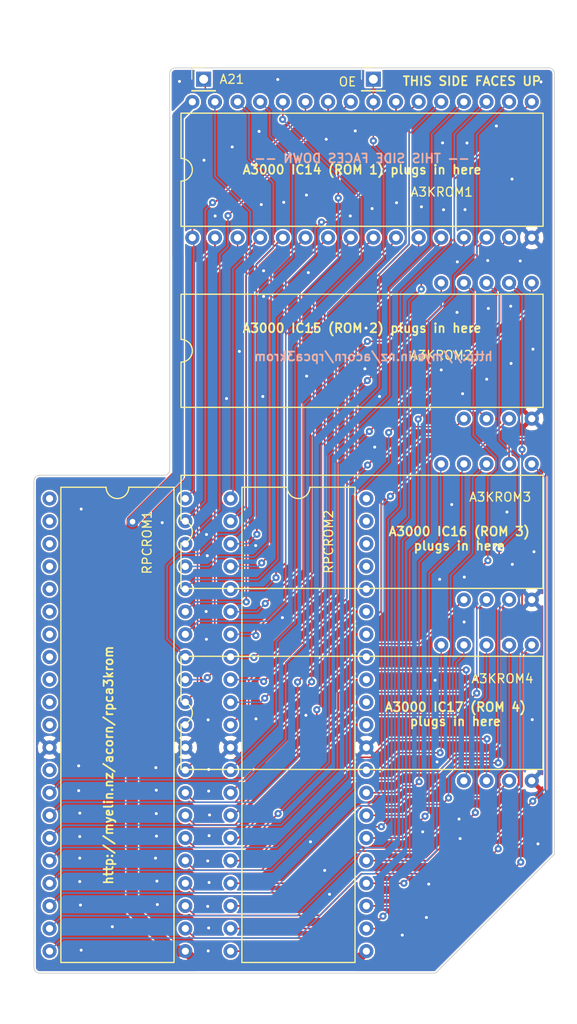
<source format=kicad_pcb>
(kicad_pcb (version 20171130) (host pcbnew "(5.0.1-3-g963ef8bb5)")
  (layers (0 F.Cu signal) (31 B.Cu signal) (34 B.Paste user) (35 F.Paste user) (36 B.SilkS user) (37 F.SilkS user) (38 B.Mask user) (39 F.Mask user) (44 Edge.Cuts user))
  (net 0 "")
  (net 1 GND)
  (net 2 5V)
  (net 3 D4)
  (net 4 D12)
  (net 5 D5)
  (net 6 D13)
  (net 7 D6)
  (net 8 D14)
  (net 9 D7)
  (net 10 D15)
  (net 11 A16)
  (net 12 A15)
  (net 13 A14)
  (net 14 A13)
  (net 15 A12)
  (net 16 A11)
  (net 17 A10)
  (net 18 A9)
  (net 19 A8)
  (net 20 A19)
  (net 21 A18)
  (net 22 A17)
  (net 23 A7)
  (net 24 A6)
  (net 25 A5)
  (net 26 A4)
  (net 27 A3)
  (net 28 A2)
  (net 29 A1)
  (net 30 A0)
  (net 31 D0)
  (net 32 D8)
  (net 33 D1)
  (net 34 D9)
  (net 35 D2)
  (net 36 D10)
  (net 37 D3)
  (net 38 D11)
  (net 39 D27)
  (net 40 D19)
  (net 41 D26)
  (net 42 D18)
  (net 43 D25)
  (net 44 D17)
  (net 45 D24)
  (net 46 D16)
  (net 47 D31)
  (net 48 D23)
  (net 49 D30)
  (net 50 D22)
  (net 51 D29)
  (net 52 D21)
  (net 53 D28)
  (net 54 D20)
  (net 55 nCS)
  (net 56 nOE)
  (module myelin-kicad:dip32_rom_data_only (layer F.Cu) (at 167.64 92.71)
    (fp_text reference A3KROM2 (at 0 0.5) (layer F.SilkS))
    (fp_text value "ROM header")
    (pad 13 thru_hole circle (at 2.54 7.62) (size 1.6 1.6) (drill 0.8) (layers *.Cu *.Mask) (net 32 D8))
    (pad 14 thru_hole circle (at 5.08 7.62) (size 1.6 1.6) (drill 0.8) (layers *.Cu *.Mask) (net 34 D9))
    (pad 15 thru_hole circle (at 7.62 7.62) (size 1.6 1.6) (drill 0.8) (layers *.Cu *.Mask) (net 36 D10))
    (pad 16 thru_hole circle (at 10.16 7.62) (size 1.6 1.6) (drill 0.8) (layers *.Cu *.Mask) (net 1 GND))
    (pad 17 thru_hole circle (at 10.16 -7.62) (size 1.6 1.6) (drill 0.8) (layers *.Cu *.Mask) (net 38 D11))
    (pad 18 thru_hole circle (at 7.62 -7.62) (size 1.6 1.6) (drill 0.8) (layers *.Cu *.Mask) (net 4 D12))
    (pad 19 thru_hole circle (at 5.08 -7.62) (size 1.6 1.6) (drill 0.8) (layers *.Cu *.Mask) (net 6 D13))
    (pad 20 thru_hole circle (at 2.54 -7.62) (size 1.6 1.6) (drill 0.8) (layers *.Cu *.Mask) (net 8 D14))
    (pad 21 thru_hole circle (at 0 -7.62) (size 1.6 1.6) (drill 0.8) (layers *.Cu *.Mask) (net 10 D15))
  )
  (module myelin-kicad:dip42_rom (layer F.Cu) (at 151.6126 137.23366 270)
    (fp_text reference RPCROM2 (at -23.08606 -3.38074 270) (layer F.SilkS))
    (fp_text value "ROM header")
    (pad 21 thru_hole circle (at 22.86 7.62 270) (size 1.6 1.6) (drill 0.8) (layers *.Cu *.Mask) (net 39 D27))
    (pad 20 thru_hole circle (at 20.32 7.62 270) (size 1.6 1.6) (drill 0.8) (layers *.Cu *.Mask) (net 40 D19))
    (pad 19 thru_hole circle (at 17.78 7.62 270) (size 1.6 1.6) (drill 0.8) (layers *.Cu *.Mask) (net 41 D26))
    (pad 18 thru_hole circle (at 15.24 7.62 270) (size 1.6 1.6) (drill 0.8) (layers *.Cu *.Mask) (net 42 D18))
    (pad 17 thru_hole circle (at 12.7 7.62 270) (size 1.6 1.6) (drill 0.8) (layers *.Cu *.Mask) (net 43 D25))
    (pad 16 thru_hole circle (at 10.16 7.62 270) (size 1.6 1.6) (drill 0.8) (layers *.Cu *.Mask) (net 44 D17))
    (pad 15 thru_hole circle (at 7.62 7.62 270) (size 1.6 1.6) (drill 0.8) (layers *.Cu *.Mask) (net 45 D24))
    (pad 14 thru_hole circle (at 5.08 7.62 270) (size 1.6 1.6) (drill 0.8) (layers *.Cu *.Mask) (net 46 D16))
    (pad 13 thru_hole circle (at 2.54 7.62 270) (size 1.6 1.6) (drill 0.8) (layers *.Cu *.Mask) (net 56 nOE))
    (pad 12 thru_hole circle (at 0 7.62 270) (size 1.6 1.6) (drill 0.8) (layers *.Cu *.Mask) (net 1 GND))
    (pad 11 thru_hole circle (at -2.54 7.62 270) (size 1.6 1.6) (drill 0.8) (layers *.Cu *.Mask) (net 55 nCS))
    (pad 10 thru_hole circle (at -5.08 7.62 270) (size 1.6 1.6) (drill 0.8) (layers *.Cu *.Mask) (net 30 A0))
    (pad 9 thru_hole circle (at -7.62 7.62 270) (size 1.6 1.6) (drill 0.8) (layers *.Cu *.Mask) (net 29 A1))
    (pad 8 thru_hole circle (at -10.16 7.62 270) (size 1.6 1.6) (drill 0.8) (layers *.Cu *.Mask) (net 28 A2))
    (pad 7 thru_hole circle (at -12.7 7.62 270) (size 1.6 1.6) (drill 0.8) (layers *.Cu *.Mask) (net 27 A3))
    (pad 6 thru_hole circle (at -15.24 7.62 270) (size 1.6 1.6) (drill 0.8) (layers *.Cu *.Mask) (net 26 A4))
    (pad 5 thru_hole circle (at -17.78 7.62 270) (size 1.6 1.6) (drill 0.8) (layers *.Cu *.Mask) (net 25 A5))
    (pad 4 thru_hole circle (at -20.32 7.62 270) (size 1.6 1.6) (drill 0.8) (layers *.Cu *.Mask) (net 24 A6))
    (pad 3 thru_hole circle (at -22.86 7.62 270) (size 1.6 1.6) (drill 0.8) (layers *.Cu *.Mask) (net 23 A7))
    (pad 2 thru_hole circle (at -25.4 7.62 270) (size 1.6 1.6) (drill 0.8) (layers *.Cu *.Mask) (net 22 A17))
    (pad 1 thru_hole circle (at -27.94 7.62 270) (size 1.6 1.6) (drill 0.8) (layers *.Cu *.Mask) (net 21 A18))
    (pad 42 thru_hole circle (at -27.94 -7.62 270) (size 1.6 1.6) (drill 0.8) (layers *.Cu *.Mask))
    (pad 41 thru_hole circle (at -25.4 -7.62 270) (size 1.6 1.6) (drill 0.8) (layers *.Cu *.Mask))
    (pad 40 thru_hole circle (at -22.86 -7.62 270) (size 1.6 1.6) (drill 0.8) (layers *.Cu *.Mask))
    (pad 39 thru_hole circle (at -20.32 -7.62 270) (size 1.6 1.6) (drill 0.8) (layers *.Cu *.Mask))
    (pad 38 thru_hole circle (at -17.78 -7.62 270) (size 1.6 1.6) (drill 0.8) (layers *.Cu *.Mask))
    (pad 37 thru_hole circle (at -15.24 -7.62 270) (size 1.6 1.6) (drill 0.8) (layers *.Cu *.Mask))
    (pad 36 thru_hole circle (at -12.7 -7.62 270) (size 1.6 1.6) (drill 0.8) (layers *.Cu *.Mask))
    (pad 35 thru_hole circle (at -10.16 -7.62 270) (size 1.6 1.6) (drill 0.8) (layers *.Cu *.Mask))
    (pad 34 thru_hole circle (at -7.62 -7.62 270) (size 1.6 1.6) (drill 0.8) (layers *.Cu *.Mask))
    (pad 33 thru_hole circle (at -5.08 -7.62 270) (size 1.6 1.6) (drill 0.8) (layers *.Cu *.Mask))
    (pad 32 thru_hole circle (at -2.54 -7.62 270) (size 1.6 1.6) (drill 0.8) (layers *.Cu *.Mask))
    (pad 31 thru_hole circle (at 0 -7.62 270) (size 1.6 1.6) (drill 0.8) (layers *.Cu *.Mask) (net 1 GND))
    (pad 30 thru_hole circle (at 2.54 -7.62 270) (size 1.6 1.6) (drill 0.8) (layers *.Cu *.Mask) (net 47 D31))
    (pad 29 thru_hole circle (at 5.08 -7.62 270) (size 1.6 1.6) (drill 0.8) (layers *.Cu *.Mask) (net 48 D23))
    (pad 28 thru_hole circle (at 7.62 -7.62 270) (size 1.6 1.6) (drill 0.8) (layers *.Cu *.Mask) (net 49 D30))
    (pad 27 thru_hole circle (at 10.16 -7.62 270) (size 1.6 1.6) (drill 0.8) (layers *.Cu *.Mask) (net 50 D22))
    (pad 26 thru_hole circle (at 12.7 -7.62 270) (size 1.6 1.6) (drill 0.8) (layers *.Cu *.Mask) (net 51 D29))
    (pad 25 thru_hole circle (at 15.24 -7.62 270) (size 1.6 1.6) (drill 0.8) (layers *.Cu *.Mask) (net 52 D21))
    (pad 24 thru_hole circle (at 17.78 -7.62 270) (size 1.6 1.6) (drill 0.8) (layers *.Cu *.Mask) (net 53 D28))
    (pad 23 thru_hole circle (at 20.32 -7.62 270) (size 1.6 1.6) (drill 0.8) (layers *.Cu *.Mask) (net 54 D20))
    (pad 22 thru_hole circle (at 22.86 -7.62 270) (size 1.6 1.6) (drill 0.8) (layers *.Cu *.Mask) (net 2 5V))
  )
  (module myelin-kicad:dip32_rom_data_only (layer F.Cu) (at 167.64 113.03)
    (fp_text reference A3KROM3 (at 6.62178 -3.90144) (layer F.SilkS))
    (fp_text value "ROM header")
    (pad 21 thru_hole circle (at 0 -7.62) (size 1.6 1.6) (drill 0.8) (layers *.Cu *.Mask) (net 48 D23))
    (pad 20 thru_hole circle (at 2.54 -7.62) (size 1.6 1.6) (drill 0.8) (layers *.Cu *.Mask) (net 50 D22))
    (pad 19 thru_hole circle (at 5.08 -7.62) (size 1.6 1.6) (drill 0.8) (layers *.Cu *.Mask) (net 52 D21))
    (pad 18 thru_hole circle (at 7.62 -7.62) (size 1.6 1.6) (drill 0.8) (layers *.Cu *.Mask) (net 54 D20))
    (pad 17 thru_hole circle (at 10.16 -7.62) (size 1.6 1.6) (drill 0.8) (layers *.Cu *.Mask) (net 40 D19))
    (pad 16 thru_hole circle (at 10.16 7.62) (size 1.6 1.6) (drill 0.8) (layers *.Cu *.Mask) (net 1 GND))
    (pad 15 thru_hole circle (at 7.62 7.62) (size 1.6 1.6) (drill 0.8) (layers *.Cu *.Mask) (net 42 D18))
    (pad 14 thru_hole circle (at 5.08 7.62) (size 1.6 1.6) (drill 0.8) (layers *.Cu *.Mask) (net 44 D17))
    (pad 13 thru_hole circle (at 2.54 7.62) (size 1.6 1.6) (drill 0.8) (layers *.Cu *.Mask) (net 46 D16))
  )
  (module myelin-kicad:dip32_rom_data_only (layer F.Cu) (at 167.64 133.35)
    (fp_text reference A3KROM4 (at 6.86816 -3.83794) (layer F.SilkS))
    (fp_text value "ROM header")
    (pad 13 thru_hole circle (at 2.54 7.62) (size 1.6 1.6) (drill 0.8) (layers *.Cu *.Mask) (net 45 D24))
    (pad 14 thru_hole circle (at 5.08 7.62) (size 1.6 1.6) (drill 0.8) (layers *.Cu *.Mask) (net 43 D25))
    (pad 15 thru_hole circle (at 7.62 7.62) (size 1.6 1.6) (drill 0.8) (layers *.Cu *.Mask) (net 41 D26))
    (pad 16 thru_hole circle (at 10.16 7.62) (size 1.6 1.6) (drill 0.8) (layers *.Cu *.Mask) (net 1 GND))
    (pad 17 thru_hole circle (at 10.16 -7.62) (size 1.6 1.6) (drill 0.8) (layers *.Cu *.Mask) (net 39 D27))
    (pad 18 thru_hole circle (at 7.62 -7.62) (size 1.6 1.6) (drill 0.8) (layers *.Cu *.Mask) (net 53 D28))
    (pad 19 thru_hole circle (at 5.08 -7.62) (size 1.6 1.6) (drill 0.8) (layers *.Cu *.Mask) (net 51 D29))
    (pad 20 thru_hole circle (at 2.54 -7.62) (size 1.6 1.6) (drill 0.8) (layers *.Cu *.Mask) (net 49 D30))
    (pad 21 thru_hole circle (at 0 -7.62) (size 1.6 1.6) (drill 0.8) (layers *.Cu *.Mask) (net 47 D31))
  )
  (module Connector_PinHeader_2.54mm:PinHeader_1x01_P2.54mm_Vertical (layer F.Cu) (at 140.97 62.23)
    (fp_text reference A21 (at 3.175 0) (layer F.SilkS))
    (fp_text value "")
    (pad 1 thru_hole rect (at 0 0) (size 1.7 1.7) (drill 1) (layers *.Cu *.Mask) (net 20 A19))
  )
  (module myelin-kicad:dip42_rom (layer F.Cu) (at 131.2926 137.23366 270)
    (fp_text reference RPCROM1 (at -23.02256 -3.32994 270) (layer F.SilkS))
    (fp_text value "ROM header")
    (pad 22 thru_hole circle (at 22.86 -7.62 270) (size 1.6 1.6) (drill 0.8) (layers *.Cu *.Mask) (net 2 5V))
    (pad 23 thru_hole circle (at 20.32 -7.62 270) (size 1.6 1.6) (drill 0.8) (layers *.Cu *.Mask) (net 3 D4))
    (pad 24 thru_hole circle (at 17.78 -7.62 270) (size 1.6 1.6) (drill 0.8) (layers *.Cu *.Mask) (net 4 D12))
    (pad 25 thru_hole circle (at 15.24 -7.62 270) (size 1.6 1.6) (drill 0.8) (layers *.Cu *.Mask) (net 5 D5))
    (pad 26 thru_hole circle (at 12.7 -7.62 270) (size 1.6 1.6) (drill 0.8) (layers *.Cu *.Mask) (net 6 D13))
    (pad 27 thru_hole circle (at 10.16 -7.62 270) (size 1.6 1.6) (drill 0.8) (layers *.Cu *.Mask) (net 7 D6))
    (pad 28 thru_hole circle (at 7.62 -7.62 270) (size 1.6 1.6) (drill 0.8) (layers *.Cu *.Mask) (net 8 D14))
    (pad 29 thru_hole circle (at 5.08 -7.62 270) (size 1.6 1.6) (drill 0.8) (layers *.Cu *.Mask) (net 9 D7))
    (pad 30 thru_hole circle (at 2.54 -7.62 270) (size 1.6 1.6) (drill 0.8) (layers *.Cu *.Mask) (net 10 D15))
    (pad 31 thru_hole circle (at 0 -7.62 270) (size 1.6 1.6) (drill 0.8) (layers *.Cu *.Mask) (net 1 GND))
    (pad 32 thru_hole circle (at -2.54 -7.62 270) (size 1.6 1.6) (drill 0.8) (layers *.Cu *.Mask))
    (pad 33 thru_hole circle (at -5.08 -7.62 270) (size 1.6 1.6) (drill 0.8) (layers *.Cu *.Mask) (net 11 A16))
    (pad 34 thru_hole circle (at -7.62 -7.62 270) (size 1.6 1.6) (drill 0.8) (layers *.Cu *.Mask) (net 12 A15))
    (pad 35 thru_hole circle (at -10.16 -7.62 270) (size 1.6 1.6) (drill 0.8) (layers *.Cu *.Mask) (net 13 A14))
    (pad 36 thru_hole circle (at -12.7 -7.62 270) (size 1.6 1.6) (drill 0.8) (layers *.Cu *.Mask) (net 14 A13))
    (pad 37 thru_hole circle (at -15.24 -7.62 270) (size 1.6 1.6) (drill 0.8) (layers *.Cu *.Mask) (net 15 A12))
    (pad 38 thru_hole circle (at -17.78 -7.62 270) (size 1.6 1.6) (drill 0.8) (layers *.Cu *.Mask) (net 16 A11))
    (pad 39 thru_hole circle (at -20.32 -7.62 270) (size 1.6 1.6) (drill 0.8) (layers *.Cu *.Mask) (net 17 A10))
    (pad 40 thru_hole circle (at -22.86 -7.62 270) (size 1.6 1.6) (drill 0.8) (layers *.Cu *.Mask) (net 18 A9))
    (pad 41 thru_hole circle (at -25.4 -7.62 270) (size 1.6 1.6) (drill 0.8) (layers *.Cu *.Mask) (net 19 A8))
    (pad 42 thru_hole circle (at -27.94 -7.62 270) (size 1.6 1.6) (drill 0.8) (layers *.Cu *.Mask) (net 20 A19))
    (pad 1 thru_hole circle (at -27.94 7.62 270) (size 1.6 1.6) (drill 0.8) (layers *.Cu *.Mask))
    (pad 2 thru_hole circle (at -25.4 7.62 270) (size 1.6 1.6) (drill 0.8) (layers *.Cu *.Mask))
    (pad 3 thru_hole circle (at -22.86 7.62 270) (size 1.6 1.6) (drill 0.8) (layers *.Cu *.Mask))
    (pad 4 thru_hole circle (at -20.32 7.62 270) (size 1.6 1.6) (drill 0.8) (layers *.Cu *.Mask))
    (pad 5 thru_hole circle (at -17.78 7.62 270) (size 1.6 1.6) (drill 0.8) (layers *.Cu *.Mask))
    (pad 6 thru_hole circle (at -15.24 7.62 270) (size 1.6 1.6) (drill 0.8) (layers *.Cu *.Mask))
    (pad 7 thru_hole circle (at -12.7 7.62 270) (size 1.6 1.6) (drill 0.8) (layers *.Cu *.Mask))
    (pad 8 thru_hole circle (at -10.16 7.62 270) (size 1.6 1.6) (drill 0.8) (layers *.Cu *.Mask))
    (pad 9 thru_hole circle (at -7.62 7.62 270) (size 1.6 1.6) (drill 0.8) (layers *.Cu *.Mask))
    (pad 10 thru_hole circle (at -5.08 7.62 270) (size 1.6 1.6) (drill 0.8) (layers *.Cu *.Mask))
    (pad 11 thru_hole circle (at -2.54 7.62 270) (size 1.6 1.6) (drill 0.8) (layers *.Cu *.Mask))
    (pad 12 thru_hole circle (at 0 7.62 270) (size 1.6 1.6) (drill 0.8) (layers *.Cu *.Mask) (net 1 GND))
    (pad 13 thru_hole circle (at 2.54 7.62 270) (size 1.6 1.6) (drill 0.8) (layers *.Cu *.Mask))
    (pad 14 thru_hole circle (at 5.08 7.62 270) (size 1.6 1.6) (drill 0.8) (layers *.Cu *.Mask) (net 31 D0))
    (pad 15 thru_hole circle (at 7.62 7.62 270) (size 1.6 1.6) (drill 0.8) (layers *.Cu *.Mask) (net 32 D8))
    (pad 16 thru_hole circle (at 10.16 7.62 270) (size 1.6 1.6) (drill 0.8) (layers *.Cu *.Mask) (net 33 D1))
    (pad 17 thru_hole circle (at 12.7 7.62 270) (size 1.6 1.6) (drill 0.8) (layers *.Cu *.Mask) (net 34 D9))
    (pad 18 thru_hole circle (at 15.24 7.62 270) (size 1.6 1.6) (drill 0.8) (layers *.Cu *.Mask) (net 35 D2))
    (pad 19 thru_hole circle (at 17.78 7.62 270) (size 1.6 1.6) (drill 0.8) (layers *.Cu *.Mask) (net 36 D10))
    (pad 20 thru_hole circle (at 20.32 7.62 270) (size 1.6 1.6) (drill 0.8) (layers *.Cu *.Mask) (net 37 D3))
    (pad 21 thru_hole circle (at 22.86 7.62 270) (size 1.6 1.6) (drill 0.8) (layers *.Cu *.Mask) (net 38 D11))
  )
  (module myelin-kicad:dip32_rom (layer F.Cu) (at 167.64 72.39)
    (fp_text reference A3KROM1 (at 0.06604 2.50444) (layer F.SilkS))
    (fp_text value "ROM header")
    (pad 13 thru_hole circle (at 2.54 7.62) (size 1.6 1.6) (drill 0.8) (layers *.Cu *.Mask) (net 31 D0))
    (pad 14 thru_hole circle (at 5.08 7.62) (size 1.6 1.6) (drill 0.8) (layers *.Cu *.Mask) (net 33 D1))
    (pad 15 thru_hole circle (at 7.62 7.62) (size 1.6 1.6) (drill 0.8) (layers *.Cu *.Mask) (net 35 D2))
    (pad 16 thru_hole circle (at 10.16 7.62) (size 1.6 1.6) (drill 0.8) (layers *.Cu *.Mask) (net 1 GND))
    (pad 17 thru_hole circle (at 10.16 -7.62) (size 1.6 1.6) (drill 0.8) (layers *.Cu *.Mask) (net 37 D3))
    (pad 18 thru_hole circle (at 7.62 -7.62) (size 1.6 1.6) (drill 0.8) (layers *.Cu *.Mask) (net 3 D4))
    (pad 19 thru_hole circle (at 5.08 -7.62) (size 1.6 1.6) (drill 0.8) (layers *.Cu *.Mask) (net 5 D5))
    (pad 20 thru_hole circle (at 2.54 -7.62) (size 1.6 1.6) (drill 0.8) (layers *.Cu *.Mask) (net 7 D6))
    (pad 21 thru_hole circle (at 0 -7.62) (size 1.6 1.6) (drill 0.8) (layers *.Cu *.Mask) (net 9 D7))
    (pad 22 thru_hole circle (at -2.54 -7.62) (size 1.6 1.6) (drill 0.8) (layers *.Cu *.Mask) (net 55 nCS))
    (pad 23 thru_hole circle (at -5.08 -7.62) (size 1.6 1.6) (drill 0.8) (layers *.Cu *.Mask) (net 17 A10))
    (pad 24 thru_hole circle (at -7.62 -7.62) (size 1.6 1.6) (drill 0.8) (layers *.Cu *.Mask) (net 56 nOE))
    (pad 25 thru_hole circle (at -10.16 -7.62) (size 1.6 1.6) (drill 0.8) (layers *.Cu *.Mask) (net 16 A11))
    (pad 26 thru_hole circle (at -12.7 -7.62) (size 1.6 1.6) (drill 0.8) (layers *.Cu *.Mask) (net 18 A9))
    (pad 27 thru_hole circle (at -15.24 -7.62) (size 1.6 1.6) (drill 0.8) (layers *.Cu *.Mask) (net 19 A8))
    (pad 28 thru_hole circle (at -17.78 -7.62) (size 1.6 1.6) (drill 0.8) (layers *.Cu *.Mask) (net 14 A13))
    (pad 29 thru_hole circle (at -20.32 -7.62) (size 1.6 1.6) (drill 0.8) (layers *.Cu *.Mask) (net 13 A14))
    (pad 30 thru_hole circle (at -22.86 -7.62) (size 1.6 1.6) (drill 0.8) (layers *.Cu *.Mask) (net 22 A17))
    (pad 31 thru_hole circle (at -25.4 -7.62) (size 1.6 1.6) (drill 0.8) (layers *.Cu *.Mask) (net 21 A18))
    (pad 32 thru_hole circle (at -27.94 -7.62) (size 1.6 1.6) (drill 0.8) (layers *.Cu *.Mask) (net 2 5V))
    (pad 1 thru_hole circle (at -27.94 7.62) (size 1.6 1.6) (drill 0.8) (layers *.Cu *.Mask) (net 20 A19))
    (pad 2 thru_hole circle (at -25.4 7.62) (size 1.6 1.6) (drill 0.8) (layers *.Cu *.Mask) (net 11 A16))
    (pad 3 thru_hole circle (at -22.86 7.62) (size 1.6 1.6) (drill 0.8) (layers *.Cu *.Mask) (net 12 A15))
    (pad 4 thru_hole circle (at -20.32 7.62) (size 1.6 1.6) (drill 0.8) (layers *.Cu *.Mask) (net 15 A12))
    (pad 5 thru_hole circle (at -17.78 7.62) (size 1.6 1.6) (drill 0.8) (layers *.Cu *.Mask) (net 23 A7))
    (pad 6 thru_hole circle (at -15.24 7.62) (size 1.6 1.6) (drill 0.8) (layers *.Cu *.Mask) (net 24 A6))
    (pad 7 thru_hole circle (at -12.7 7.62) (size 1.6 1.6) (drill 0.8) (layers *.Cu *.Mask) (net 25 A5))
    (pad 8 thru_hole circle (at -10.16 7.62) (size 1.6 1.6) (drill 0.8) (layers *.Cu *.Mask) (net 26 A4))
    (pad 9 thru_hole circle (at -7.62 7.62) (size 1.6 1.6) (drill 0.8) (layers *.Cu *.Mask) (net 27 A3))
    (pad 10 thru_hole circle (at -5.08 7.62) (size 1.6 1.6) (drill 0.8) (layers *.Cu *.Mask) (net 28 A2))
    (pad 11 thru_hole circle (at -2.54 7.62) (size 1.6 1.6) (drill 0.8) (layers *.Cu *.Mask) (net 29 A1))
    (pad 12 thru_hole circle (at 0 7.62) (size 1.6 1.6) (drill 0.8) (layers *.Cu *.Mask) (net 30 A0))
  )
  (module Connector_PinHeader_2.54mm:PinHeader_1x01_P2.54mm_Vertical (layer F.Cu) (at 160.02 62.23)
    (fp_text reference OE (at -2.90322 0.28956) (layer F.SilkS))
    (fp_text value "")
    (pad 1 thru_hole rect (at 0 0) (size 1.7 1.7) (drill 1) (layers *.Cu *.Mask) (net 56 nOE))
  )
  (module myelin-kicad:via_single (layer F.Cu) (at 178.8414 62.52972)
    (fp_text reference staple_single1 hide)
    (fp_text value "" hide)
    (pad 1 thru_hole circle (at 0 0) (size 0.8128 0.8128) (drill 0.3302) (layers *.Cu) (net 1 GND))
  )
  (module myelin-kicad:via_single (layer F.Cu) (at 149.29104 62.26302)
    (fp_text reference staple_single2 hide)
    (fp_text value "" hide)
    (pad 1 thru_hole circle (at 0 0) (size 0.8128 0.8128) (drill 0.3302) (layers *.Cu) (net 1 GND))
  )
  (module myelin-kicad:via_single (layer F.Cu) (at 175.58512 73.43902)
    (fp_text reference staple_single3 hide)
    (fp_text value "" hide)
    (pad 1 thru_hole circle (at 0 0) (size 0.8128 0.8128) (drill 0.3302) (layers *.Cu) (net 1 GND))
  )
  (module myelin-kicad:via_single (layer F.Cu) (at 144.17802 69.83222)
    (fp_text reference staple_single4 hide)
    (fp_text value "" hide)
    (pad 1 thru_hole circle (at 0 0) (size 0.8128 0.8128) (drill 0.3302) (layers *.Cu) (net 1 GND))
  )
  (module myelin-kicad:via_single (layer F.Cu) (at 141.00556 71.32066)
    (fp_text reference staple_single5 hide)
    (fp_text value "" hide)
    (pad 1 thru_hole circle (at 0 0) (size 0.8128 0.8128) (drill 0.3302) (layers *.Cu) (net 1 GND))
  )
  (module myelin-kicad:via_single (layer F.Cu) (at 138.25728 62.47638)
    (fp_text reference staple_single6 hide)
    (fp_text value "" hide)
    (pad 1 thru_hole circle (at 0 0) (size 0.8128 0.8128) (drill 0.3302) (layers *.Cu) (net 1 GND))
  )
  (module myelin-kicad:via_single (layer F.Cu) (at 152.50922 75.2348)
    (fp_text reference staple_single7 hide)
    (fp_text value "" hide)
    (pad 1 thru_hole circle (at 0 0) (size 0.8128 0.8128) (drill 0.3302) (layers *.Cu) (net 1 GND))
  )
  (module myelin-kicad:via_single (layer F.Cu) (at 177.93462 92.5322)
    (fp_text reference staple_single8 hide)
    (fp_text value "" hide)
    (pad 1 thru_hole circle (at 0 0) (size 0.8128 0.8128) (drill 0.3302) (layers *.Cu) (net 1 GND))
  )
  (module myelin-kicad:via_single (layer F.Cu) (at 172.7454 95.90532)
    (fp_text reference staple_single9 hide)
    (fp_text value "" hide)
    (pad 1 thru_hole circle (at 0 0) (size 0.8128 0.8128) (drill 0.3302) (layers *.Cu) (net 1 GND))
  )
  (module myelin-kicad:via_single (layer F.Cu) (at 177.85588 134.10692)
    (fp_text reference staple_single10 hide)
    (fp_text value "" hide)
    (pad 1 thru_hole circle (at 0 0) (size 0.8128 0.8128) (drill 0.3302) (layers *.Cu) (net 1 GND))
  )
  (module myelin-kicad:via_single (layer F.Cu) (at 157.99054 68.03136)
    (fp_text reference staple_single11 hide)
    (fp_text value "" hide)
    (pad 1 thru_hole circle (at 0 0) (size 0.8128 0.8128) (drill 0.3302) (layers *.Cu) (net 1 GND))
  )
  (module myelin-kicad:via_single (layer F.Cu) (at 175.47844 94.1324)
    (fp_text reference staple_single12 hide)
    (fp_text value "" hide)
    (pad 1 thru_hole circle (at 0 0) (size 0.8128 0.8128) (drill 0.3302) (layers *.Cu) (net 1 GND))
  )
  (module myelin-kicad:via_single (layer F.Cu) (at 175.44034 87.70874)
    (fp_text reference staple_single13 hide)
    (fp_text value "" hide)
    (pad 1 thru_hole circle (at 0 0) (size 0.8128 0.8128) (drill 0.3302) (layers *.Cu) (net 1 GND))
  )
  (module myelin-kicad:via_single (layer F.Cu) (at 166.23538 152.57018)
    (fp_text reference staple_single14 hide)
    (fp_text value "" hide)
    (pad 1 thru_hole circle (at 0 0) (size 0.8128 0.8128) (drill 0.3302) (layers *.Cu) (net 1 GND))
  )
  (module myelin-kicad:via_single (layer F.Cu) (at 141.53134 139.70508)
    (fp_text reference staple_single15 hide)
    (fp_text value "" hide)
    (pad 1 thru_hole circle (at 0 0) (size 0.8128 0.8128) (drill 0.3302) (layers *.Cu) (net 1 GND))
  )
  (module myelin-kicad:via_single (layer F.Cu) (at 176.50968 82.6262)
    (fp_text reference staple_single16 hide)
    (fp_text value "" hide)
    (pad 1 thru_hole circle (at 0 0) (size 0.8128 0.8128) (drill 0.3302) (layers *.Cu) (net 1 GND))
  )
  (module myelin-kicad:via_single (layer F.Cu) (at 169.41292 88.39962)
    (fp_text reference staple_single17 hide)
    (fp_text value "" hide)
    (pad 1 thru_hole circle (at 0 0) (size 0.8128 0.8128) (drill 0.3302) (layers *.Cu) (net 1 GND))
  )
  (module myelin-kicad:via_single (layer F.Cu) (at 165.9763 156.31414)
    (fp_text reference staple_single18 hide)
    (fp_text value "" hide)
    (pad 1 thru_hole circle (at 0 0) (size 0.8128 0.8128) (drill 0.3302) (layers *.Cu) (net 1 GND))
  )
  (module myelin-kicad:via_single (layer F.Cu) (at 178.50104 148.05152)
    (fp_text reference staple_single19 hide)
    (fp_text value "" hide)
    (pad 1 thru_hole circle (at 0 0) (size 0.8128 0.8128) (drill 0.3302) (layers *.Cu) (net 1 GND))
  )
  (module myelin-kicad:via_single (layer F.Cu) (at 127.06096 149.65426)
    (fp_text reference staple_single20 hide)
    (fp_text value "" hide)
    (pad 1 thru_hole circle (at 0 0) (size 0.8128 0.8128) (drill 0.3302) (layers *.Cu) (net 1 GND))
  )
  (module myelin-kicad:via_single (layer F.Cu) (at 170.0403 97.52838)
    (fp_text reference staple_single21 hide)
    (fp_text value "" hide)
    (pad 1 thru_hole circle (at 0 0) (size 0.8128 0.8128) (drill 0.3302) (layers *.Cu) (net 1 GND))
  )
  (module myelin-kicad:via_single (layer F.Cu) (at 175.01616 110.8075)
    (fp_text reference staple_single22 hide)
    (fp_text value "" hide)
    (pad 1 thru_hole circle (at 0 0) (size 0.8128 0.8128) (drill 0.3302) (layers *.Cu) (net 1 GND))
  )
  (module myelin-kicad:via_single (layer F.Cu) (at 168.81856 109.96676)
    (fp_text reference staple_single23 hide)
    (fp_text value "" hide)
    (pad 1 thru_hole circle (at 0 0) (size 0.8128 0.8128) (drill 0.3302) (layers *.Cu) (net 1 GND))
  )
  (module myelin-kicad:via_single (layer F.Cu) (at 141.58214 152.3873)
    (fp_text reference staple_single24 hide)
    (fp_text value "" hide)
    (pad 1 thru_hole circle (at 0 0) (size 0.8128 0.8128) (drill 0.3302) (layers *.Cu) (net 1 GND))
  )
  (module myelin-kicad:via_single (layer F.Cu) (at 135.56742 149.65426)
    (fp_text reference staple_single25 hide)
    (fp_text value "" hide)
    (pad 1 thru_hole circle (at 0 0) (size 0.8128 0.8128) (drill 0.3302) (layers *.Cu) (net 1 GND))
  )
  (module myelin-kicad:via_single (layer F.Cu) (at 172.92574 87.9602)
    (fp_text reference staple_single26 hide)
    (fp_text value "" hide)
    (pad 1 thru_hole circle (at 0 0) (size 0.8128 0.8128) (drill 0.3302) (layers *.Cu) (net 1 GND))
  )
  (module myelin-kicad:via_single (layer F.Cu) (at 178.05146 115.26266)
    (fp_text reference staple_single27 hide)
    (fp_text value "" hide)
    (pad 1 thru_hole circle (at 0 0) (size 0.8128 0.8128) (drill 0.3302) (layers *.Cu) (net 1 GND))
  )
  (module myelin-kicad:via_single (layer F.Cu) (at 141.478 160.06826)
    (fp_text reference staple_single28 hide)
    (fp_text value "" hide)
    (pad 1 thru_hole circle (at 0 0) (size 0.8128 0.8128) (drill 0.3302) (layers *.Cu) (net 1 GND))
  )
  (module myelin-kicad:via_single (layer F.Cu) (at 141.53134 142.12824)
    (fp_text reference staple_single29 hide)
    (fp_text value "" hide)
    (pad 1 thru_hole circle (at 0 0) (size 0.8128 0.8128) (drill 0.3302) (layers *.Cu) (net 1 GND))
  )
  (module myelin-kicad:via_single (layer F.Cu) (at 135.65124 142.0241)
    (fp_text reference staple_single30 hide)
    (fp_text value "" hide)
    (pad 1 thru_hole circle (at 0 0) (size 0.8128 0.8128) (drill 0.3302) (layers *.Cu) (net 1 GND))
  )
  (module myelin-kicad:via_single (layer F.Cu) (at 167.4622 118.36146)
    (fp_text reference staple_single31 hide)
    (fp_text value "" hide)
    (pad 1 thru_hole circle (at 0 0) (size 0.8128 0.8128) (drill 0.3302) (layers *.Cu) (net 1 GND))
  )
  (module myelin-kicad:via_single (layer F.Cu) (at 127.14224 154.91968)
    (fp_text reference staple_single32 hide)
    (fp_text value "" hide)
    (pad 1 thru_hole circle (at 0 0) (size 0.8128 0.8128) (drill 0.3302) (layers *.Cu) (net 1 GND))
  )
  (module myelin-kicad:via_single (layer F.Cu) (at 141.58214 147.1295)
    (fp_text reference staple_single33 hide)
    (fp_text value "" hide)
    (pad 1 thru_hole circle (at 0 0) (size 0.8128 0.8128) (drill 0.3302) (layers *.Cu) (net 1 GND))
  )
  (module myelin-kicad:via_single (layer F.Cu) (at 127.06096 147.2311)
    (fp_text reference staple_single34 hide)
    (fp_text value "" hide)
    (pad 1 thru_hole circle (at 0 0) (size 0.8128 0.8128) (drill 0.3302) (layers *.Cu) (net 1 GND))
  )
  (module myelin-kicad:via_single (layer F.Cu) (at 126.94158 139.2936)
    (fp_text reference staple_single35 hide)
    (fp_text value "" hide)
    (pad 1 thru_hole circle (at 0 0) (size 0.8128 0.8128) (drill 0.3302) (layers *.Cu) (net 1 GND))
  )
  (module myelin-kicad:via_single (layer F.Cu) (at 141.53134 157.49016)
    (fp_text reference staple_single36 hide)
    (fp_text value "" hide)
    (pad 1 thru_hole circle (at 0 0) (size 0.8128 0.8128) (drill 0.3302) (layers *.Cu) (net 1 GND))
  )
  (module myelin-kicad:via_single (layer F.Cu) (at 141.4272 149.96414)
    (fp_text reference staple_single37 hide)
    (fp_text value "" hide)
    (pad 1 thru_hole circle (at 0 0) (size 0.8128 0.8128) (drill 0.3302) (layers *.Cu) (net 1 GND))
  )
  (module myelin-kicad:via_single (layer F.Cu) (at 135.60298 139.49934)
    (fp_text reference staple_single38 hide)
    (fp_text value "" hide)
    (pad 1 thru_hole circle (at 0 0) (size 0.8128 0.8128) (drill 0.3302) (layers *.Cu) (net 1 GND))
  )
  (module myelin-kicad:via_single (layer F.Cu) (at 135.65124 144.653)
    (fp_text reference staple_single39 hide)
    (fp_text value "" hide)
    (pad 1 thru_hole circle (at 0 0) (size 0.8128 0.8128) (drill 0.3302) (layers *.Cu) (net 1 GND))
  )
  (module myelin-kicad:via_single (layer F.Cu) (at 126.94158 142.07744)
    (fp_text reference staple_single40 hide)
    (fp_text value "" hide)
    (pad 1 thru_hole circle (at 0 0) (size 0.8128 0.8128) (drill 0.3302) (layers *.Cu) (net 1 GND))
  )
  (module myelin-kicad:via_single (layer F.Cu) (at 141.4272 155.067)
    (fp_text reference staple_single41 hide)
    (fp_text value "" hide)
    (pad 1 thru_hole circle (at 0 0) (size 0.8128 0.8128) (drill 0.3302) (layers *.Cu) (net 1 GND))
  )
  (module myelin-kicad:via_single (layer F.Cu) (at 141.63294 144.80794)
    (fp_text reference staple_single42 hide)
    (fp_text value "" hide)
    (pad 1 thru_hole circle (at 0 0) (size 0.8128 0.8128) (drill 0.3302) (layers *.Cu) (net 1 GND))
  )
  (module myelin-kicad:via_single (layer F.Cu) (at 127.06858 144.6022)
    (fp_text reference staple_single43 hide)
    (fp_text value "" hide)
    (pad 1 thru_hole circle (at 0 0) (size 0.8128 0.8128) (drill 0.3302) (layers *.Cu) (net 1 GND))
  )
  (module myelin-kicad:via_single (layer F.Cu) (at 135.67156 147.1803)
    (fp_text reference staple_single44 hide)
    (fp_text value "" hide)
    (pad 1 thru_hole circle (at 0 0) (size 0.8128 0.8128) (drill 0.3302) (layers *.Cu) (net 1 GND))
  )
  (module myelin-kicad:via_single (layer F.Cu) (at 130.71856 157.35046)
    (fp_text reference staple_single45 hide)
    (fp_text value "" hide)
    (pad 1 thru_hole circle (at 0 0) (size 0.8128 0.8128) (drill 0.3302) (layers *.Cu) (net 1 GND))
  )
  (module myelin-kicad:via_single (layer F.Cu) (at 135.77316 154.86126)
    (fp_text reference staple_single46 hide)
    (fp_text value "" hide)
    (pad 1 thru_hole circle (at 0 0) (size 0.8128 0.8128) (drill 0.3302) (layers *.Cu) (net 1 GND))
  )
  (module myelin-kicad:via_single (layer F.Cu) (at 127.06096 152.28316)
    (fp_text reference staple_single47 hide)
    (fp_text value "" hide)
    (pad 1 thru_hole circle (at 0 0) (size 0.8128 0.8128) (drill 0.3302) (layers *.Cu) (net 1 GND))
  )
  (module myelin-kicad:via_single (layer F.Cu) (at 127.22098 159.98444)
    (fp_text reference staple_single48 hide)
    (fp_text value "" hide)
    (pad 1 thru_hole circle (at 0 0) (size 0.8128 0.8128) (drill 0.3302) (layers *.Cu) (net 1 GND))
  )
  (module myelin-kicad:via_single (layer F.Cu) (at 135.72236 152.23236)
    (fp_text reference staple_single49 hide)
    (fp_text value "" hide)
    (pad 1 thru_hole circle (at 0 0) (size 0.8128 0.8128) (drill 0.3302) (layers *.Cu) (net 1 GND))
  )
  (module myelin-kicad:via_single (layer F.Cu) (at 127.22352 110.47476)
    (fp_text reference staple_single50 hide)
    (fp_text value "" hide)
    (pad 1 thru_hole circle (at 0 0) (size 0.8128 0.8128) (drill 0.3302) (layers *.Cu) (net 1 GND))
  )
  (module myelin-kicad:via_single (layer F.Cu) (at 167.64 94.86)
    (fp_text reference staple_single51 hide)
    (fp_text value "" hide)
    (pad 1 thru_hole circle (at 0 0) (size 0.8128 0.8128) (drill 0.3302) (layers *.Cu) (net 1 GND))
  )
  (module myelin-kicad:via_single (layer F.Cu) (at 170.21 123.15)
    (fp_text reference staple_single52 hide)
    (fp_text value "" hide)
    (pad 1 thru_hole circle (at 0 0) (size 0.8128 0.8128) (drill 0.3302) (layers *.Cu) (net 1 GND))
  )
  (module myelin-kicad:via_single (layer F.Cu) (at 147.7 83.73)
    (fp_text reference staple_single53 hide)
    (fp_text value "" hide)
    (pad 1 thru_hole circle (at 0 0) (size 0.8128 0.8128) (drill 0.3302) (layers *.Cu) (net 1 GND))
  )
  (module myelin-kicad:via_single (layer F.Cu) (at 160.71 97.84)
    (fp_text reference staple_single54 hide)
    (fp_text value "" hide)
    (pad 1 thru_hole circle (at 0 0) (size 0.8128 0.8128) (drill 0.3302) (layers *.Cu) (net 1 GND))
  )
  (module myelin-kicad:via_single (layer F.Cu) (at 159.07 94.73)
    (fp_text reference staple_single55 hide)
    (fp_text value "" hide)
    (pad 1 thru_hole circle (at 0 0) (size 0.8128 0.8128) (drill 0.3302) (layers *.Cu) (net 1 GND))
  )
  (module myelin-kicad:via_single (layer F.Cu) (at 162.6235 76.09332)
    (fp_text reference staple_single56 hide)
    (fp_text value "" hide)
    (pad 1 thru_hole circle (at 0 0) (size 0.8128 0.8128) (drill 0.3302) (layers *.Cu) (net 1 GND))
  )
  (module myelin-kicad:via_single (layer F.Cu) (at 141.25 121.97)
    (fp_text reference staple_single57 hide)
    (fp_text value "" hide)
    (pad 1 thru_hole circle (at 0 0) (size 0.8128 0.8128) (drill 0.3302) (layers *.Cu) (net 1 GND))
  )
  (module myelin-kicad:via_single (layer F.Cu) (at 141.28 125.09)
    (fp_text reference staple_single58 hide)
    (fp_text value "" hide)
    (pad 1 thru_hole circle (at 0 0) (size 0.8128 0.8128) (drill 0.3302) (layers *.Cu) (net 1 GND))
  )
  (module myelin-kicad:via_single (layer F.Cu) (at 163.27 158.29)
    (fp_text reference staple_single59 hide)
    (fp_text value "" hide)
    (pad 1 thru_hole circle (at 0 0) (size 0.8128 0.8128) (drill 0.3302) (layers *.Cu) (net 1 GND))
  )
  (module myelin-kicad:via_single (layer F.Cu) (at 147.193 68.08724)
    (fp_text reference staple_single60 hide)
    (fp_text value "" hide)
    (pad 1 thru_hole circle (at 0 0) (size 0.8128 0.8128) (drill 0.3302) (layers *.Cu) (net 1 GND))
  )
  (module myelin-kicad:via_single (layer F.Cu) (at 160.17 103.52)
    (fp_text reference staple_single61 hide)
    (fp_text value "" hide)
    (pad 1 thru_hole circle (at 0 0) (size 0.8128 0.8128) (drill 0.3302) (layers *.Cu) (net 1 GND))
  )
  (module myelin-kicad:via_single (layer F.Cu) (at 159.2 90.17)
    (fp_text reference staple_single62 hide)
    (fp_text value "" hide)
    (pad 1 thru_hole circle (at 0 0) (size 0.8128 0.8128) (drill 0.3302) (layers *.Cu) (net 1 GND))
  )
  (module myelin-kicad:via_single (layer F.Cu) (at 146.81 114.57)
    (fp_text reference staple_single63 hide)
    (fp_text value "" hide)
    (pad 1 thru_hole circle (at 0 0) (size 0.8128 0.8128) (drill 0.3302) (layers *.Cu) (net 1 GND))
  )
  (module myelin-kicad:via_single (layer F.Cu) (at 170.307 76.86802)
    (fp_text reference staple_single64 hide)
    (fp_text value "" hide)
    (pad 1 thru_hole circle (at 0 0) (size 0.8128 0.8128) (drill 0.3302) (layers *.Cu) (net 1 GND))
  )
  (module myelin-kicad:via_single (layer F.Cu) (at 144.98 92.78)
    (fp_text reference staple_single65 hide)
    (fp_text value "" hide)
    (pad 1 thru_hole circle (at 0 0) (size 0.8128 0.8128) (drill 0.3302) (layers *.Cu) (net 1 GND))
  )
  (module myelin-kicad:via_single (layer F.Cu) (at 152.53 95.55)
    (fp_text reference staple_single66 hide)
    (fp_text value "" hide)
    (pad 1 thru_hole circle (at 0 0) (size 0.8128 0.8128) (drill 0.3302) (layers *.Cu) (net 1 GND))
  )
  (module myelin-kicad:via_single (layer F.Cu) (at 147.7 86.61)
    (fp_text reference staple_single67 hide)
    (fp_text value "" hide)
    (pad 1 thru_hole circle (at 0 0) (size 0.8128 0.8128) (drill 0.3302) (layers *.Cu) (net 1 GND))
  )
  (module myelin-kicad:via_single (layer F.Cu) (at 167.78986 69.37756)
    (fp_text reference staple_single68 hide)
    (fp_text value "" hide)
    (pad 1 thru_hole circle (at 0 0) (size 0.8128 0.8128) (drill 0.3302) (layers *.Cu) (net 1 GND))
  )
  (module myelin-kicad:via_single (layer F.Cu) (at 143.54 98.07)
    (fp_text reference staple_single69 hide)
    (fp_text value "" hide)
    (pad 1 thru_hole circle (at 0 0) (size 0.8128 0.8128) (drill 0.3302) (layers *.Cu) (net 1 GND))
  )
  (module myelin-kicad:via_single (layer F.Cu) (at 147.61 97.84)
    (fp_text reference staple_single70 hide)
    (fp_text value "" hide)
    (pad 1 thru_hole circle (at 0 0) (size 0.8128 0.8128) (drill 0.3302) (layers *.Cu) (net 1 GND))
  )
  (module myelin-kicad:via_single (layer F.Cu) (at 159.88 76.75)
    (fp_text reference staple_single71 hide)
    (fp_text value "" hide)
    (pad 1 thru_hole circle (at 0 0) (size 0.8128 0.8128) (drill 0.3302) (layers *.Cu) (net 1 GND))
  )
  (module myelin-kicad:via_single (layer F.Cu) (at 167.9 76.88)
    (fp_text reference staple_single72 hide)
    (fp_text value "" hide)
    (pad 1 thru_hole circle (at 0 0) (size 0.8128 0.8128) (drill 0.3302) (layers *.Cu) (net 1 GND))
  )
  (module myelin-kicad:via_single (layer F.Cu) (at 142.26 77.58)
    (fp_text reference staple_single73 hide)
    (fp_text value "" hide)
    (pad 1 thru_hole circle (at 0 0) (size 0.8128 0.8128) (drill 0.3302) (layers *.Cu) (net 1 GND))
  )
  (module myelin-kicad:via_single (layer F.Cu) (at 172.86 82.58)
    (fp_text reference staple_single74 hide)
    (fp_text value "" hide)
    (pad 1 thru_hole circle (at 0 0) (size 0.8128 0.8128) (drill 0.3302) (layers *.Cu) (net 1 GND))
  )
  (module myelin-kicad:via_single (layer F.Cu) (at 149.96 76.05)
    (fp_text reference staple_single75 hide)
    (fp_text value "" hide)
    (pad 1 thru_hole circle (at 0 0) (size 0.8128 0.8128) (drill 0.3302) (layers *.Cu) (net 1 GND))
  )
  (module myelin-kicad:via_single (layer F.Cu) (at 141.29 113.33)
    (fp_text reference staple_single76 hide)
    (fp_text value "" hide)
    (pad 1 thru_hole circle (at 0 0) (size 0.8128 0.8128) (drill 0.3302) (layers *.Cu) (net 1 GND))
  )
  (module myelin-kicad:via_single (layer F.Cu) (at 165.42 76.55)
    (fp_text reference staple_single77 hide)
    (fp_text value "" hide)
    (pad 1 thru_hole circle (at 0 0) (size 0.8128 0.8128) (drill 0.3302) (layers *.Cu) (net 1 GND))
  )
  (module myelin-kicad:via_single (layer F.Cu) (at 147.44 76.3)
    (fp_text reference staple_single78 hide)
    (fp_text value "" hide)
    (pad 1 thru_hole circle (at 0 0) (size 0.8128 0.8128) (drill 0.3302) (layers *.Cu) (net 1 GND))
  )
  (module myelin-kicad:via_single (layer F.Cu) (at 175.62 116.68)
    (fp_text reference staple_single79 hide)
    (fp_text value "" hide)
    (pad 1 thru_hole circle (at 0 0) (size 0.8128 0.8128) (drill 0.3302) (layers *.Cu) (net 1 GND))
  )
  (module myelin-kicad:via_single (layer F.Cu) (at 141.38 115.71)
    (fp_text reference staple_single80 hide)
    (fp_text value "" hide)
    (pad 1 thru_hole circle (at 0 0) (size 0.8128 0.8128) (drill 0.3302) (layers *.Cu) (net 1 GND))
  )
  (module myelin-kicad:via_single (layer F.Cu) (at 169.45 82.73)
    (fp_text reference staple_single81 hide)
    (fp_text value "" hide)
    (pad 1 thru_hole circle (at 0 0) (size 0.8128 0.8128) (drill 0.3302) (layers *.Cu) (net 1 GND))
  )
  (module myelin-kicad:via_single (layer F.Cu) (at 154.73 68.97)
    (fp_text reference staple_single82 hide)
    (fp_text value "" hide)
    (pad 1 thru_hole circle (at 0 0) (size 0.8128 0.8128) (drill 0.3302) (layers *.Cu) (net 1 GND))
  )
  (module myelin-kicad:via_single (layer F.Cu) (at 136.32 112)
    (fp_text reference staple_single83 hide)
    (fp_text value "" hide)
    (pad 1 thru_hole circle (at 0 0) (size 0.8128 0.8128) (drill 0.3302) (layers *.Cu) (net 1 GND))
  )
  (module myelin-kicad:via_single (layer F.Cu) (at 146.84 134.02)
    (fp_text reference staple_single84 hide)
    (fp_text value "" hide)
    (pad 1 thru_hole circle (at 0 0) (size 0.8128 0.8128) (drill 0.3302) (layers *.Cu) (net 1 GND))
  )
  (module myelin-kicad:via_single (layer F.Cu) (at 152.72 83.94)
    (fp_text reference staple_single85 hide)
    (fp_text value "" hide)
    (pad 1 thru_hole circle (at 0 0) (size 0.8128 0.8128) (drill 0.3302) (layers *.Cu) (net 1 GND))
  )
  (module myelin-kicad:via_single (layer F.Cu) (at 173.83 67.48)
    (fp_text reference staple_single86 hide)
    (fp_text value "" hide)
    (pad 1 thru_hole circle (at 0 0) (size 0.8128 0.8128) (drill 0.3302) (layers *.Cu) (net 1 GND))
  )
  (module myelin-kicad:via_single (layer F.Cu) (at 170.23 118.11)
    (fp_text reference staple_single87 hide)
    (fp_text value "" hide)
    (pad 1 thru_hole circle (at 0 0) (size 0.8128 0.8128) (drill 0.3302) (layers *.Cu) (net 1 GND))
  )
  (module myelin-kicad:via_single (layer F.Cu) (at 141.47 134.13)
    (fp_text reference staple_single88 hide)
    (fp_text value "" hide)
    (pad 1 thru_hole circle (at 0 0) (size 0.8128 0.8128) (drill 0.3302) (layers *.Cu) (net 1 GND))
  )
  (module myelin-kicad:via_single (layer F.Cu) (at 157.43 77.58)
    (fp_text reference staple_single89 hide)
    (fp_text value "" hide)
    (pad 1 thru_hole circle (at 0 0) (size 0.8128 0.8128) (drill 0.3302) (layers *.Cu) (net 1 GND))
  )
  (module myelin-kicad:via_single (layer F.Cu) (at 170.53 69.39)
    (fp_text reference staple_single90 hide)
    (fp_text value "" hide)
    (pad 1 thru_hole circle (at 0 0) (size 0.8128 0.8128) (drill 0.3302) (layers *.Cu) (net 1 GND))
  )
  (module myelin-kicad:via_single (layer F.Cu) (at 169.76 147.46)
    (fp_text reference staple_single91 hide)
    (fp_text value "" hide)
    (pad 1 thru_hole circle (at 0 0) (size 0.8128 0.8128) (drill 0.3302) (layers *.Cu) (net 1 GND))
  )
  (module myelin-kicad:via_single (layer F.Cu) (at 165.56 146.7)
    (fp_text reference staple_single92 hide)
    (fp_text value "" hide)
    (pad 1 thru_hole circle (at 0 0) (size 0.8128 0.8128) (drill 0.3302) (layers *.Cu) (net 1 GND))
  )
  (module myelin-kicad:via_single (layer F.Cu) (at 169.64 145.27)
    (fp_text reference staple_single93 hide)
    (fp_text value "" hide)
    (pad 1 thru_hole circle (at 0 0) (size 0.8128 0.8128) (drill 0.3302) (layers *.Cu) (net 1 GND))
  )
  (module myelin-kicad:via_single (layer F.Cu) (at 167.17 138.85)
    (fp_text reference staple_single94 hide)
    (fp_text value "" hide)
    (pad 1 thru_hole circle (at 0 0) (size 0.8128 0.8128) (drill 0.3302) (layers *.Cu) (net 1 GND))
  )
  (module myelin-kicad:via_single (layer F.Cu) (at 152.96 147.82)
    (fp_text reference staple_single95 hide)
    (fp_text value "" hide)
    (pad 1 thru_hole circle (at 0 0) (size 0.8128 0.8128) (drill 0.3302) (layers *.Cu) (net 1 GND))
  )
  (module myelin-kicad:via_single (layer F.Cu) (at 166.95 129.69)
    (fp_text reference staple_single96 hide)
    (fp_text value "" hide)
    (pad 1 thru_hole circle (at 0 0) (size 0.8128 0.8128) (drill 0.3302) (layers *.Cu) (net 1 GND))
  )
  (module myelin-kicad:via_single (layer F.Cu) (at 155.1 153.71)
    (fp_text reference staple_single97 hide)
    (fp_text value "" hide)
    (pad 1 thru_hole circle (at 0 0) (size 0.8128 0.8128) (drill 0.3302) (layers *.Cu) (net 1 GND))
  )
  (module myelin-kicad:via_single (layer F.Cu) (at 154.56 151.03)
    (fp_text reference staple_single98 hide)
    (fp_text value "" hide)
    (pad 1 thru_hole circle (at 0 0) (size 0.8128 0.8128) (drill 0.3302) (layers *.Cu) (net 1 GND))
  )
  (module myelin-kicad:via_single (layer F.Cu) (at 149.81 122.66)
    (fp_text reference staple_single99 hide)
    (fp_text value "" hide)
    (pad 1 thru_hole circle (at 0 0) (size 0.8128 0.8128) (drill 0.3302) (layers *.Cu) (net 1 GND))
  )
  (module myelin-kicad:via_single (layer F.Cu) (at 152.45 133.62)
    (fp_text reference staple_single100 hide)
    (fp_text value "" hide)
    (pad 1 thru_hole circle (at 0 0) (size 0.8128 0.8128) (drill 0.3302) (layers *.Cu) (net 1 GND))
  )
  (gr_arc (start 122.555 161.925) (end 121.92 161.925) (angle -90) (layer Edge.Cuts) (width 0.1))
  (gr_arc (start 122.555 107.315) (end 122.555 106.68) (angle -90) (layer Edge.Cuts) (width 0.1))
  (gr_line (start 180.34 149.225) (end 167.005 162.56) (layer Edge.Cuts) (width 0.1))
  (gr_arc (start 136.525 106.045) (end 136.525 106.68) (angle -90) (layer Edge.Cuts) (width 0.1))
  (gr_line (start 122.555 106.68) (end 136.525 106.68) (layer Edge.Cuts) (width 0.1))
  (gr_line (start 121.92 161.925) (end 121.92 107.315) (layer Edge.Cuts) (width 0.1))
  (gr_line (start 167.005 162.56) (end 122.555 162.56) (layer Edge.Cuts) (width 0.1))
  (gr_text http://myelin.nz/acorn/rpca3krom (at 160.02 93.345) (layer B.SilkS) (effects (font (size 1 1) (thickness 0.2)) (justify mirror)))
  (gr_text http://myelin.nz/acorn/rpca3krom (at 130.29184 139.21486 90) (layer F.SilkS) (effects (font (size 1 1) (thickness 0.2))))
  (gr_text "A3000 IC17 (ROM 4)\nplugs in here" (at 169.23004 133.5024) (layer F.SilkS) (effects (font (size 1 1) (thickness 0.2))))
  (gr_text "A3000 IC16 (ROM 3)\nplugs in here" (at 169.6593 113.79454) (layer F.SilkS) (effects (font (size 1 1) (thickness 0.2))))
  (gr_text "A3000 IC15 (ROM 2) plugs in here" (at 158.75 90.17) (layer F.SilkS) (effects (font (size 1 1) (thickness 0.2))))
  (gr_text "A3000 IC14 (ROM 1) plugs in here" (at 158.75 72.39) (layer F.SilkS) (effects (font (size 1 1) (thickness 0.2))))
  (gr_text "-- THIS SIDE FACES DOWN --" (at 158.75 71.12) (layer B.SilkS) (effects (font (size 1 1) (thickness 0.2)) (justify mirror)))
  (gr_text "THIS SIDE FACES UP" (at 171.0817 62.4459) (layer F.SilkS) (effects (font (size 1 1) (thickness 0.2))))
  (gr_arc (start 137.795 61.595) (end 137.795 60.96) (angle -90) (layer Edge.Cuts) (width 0.1))
  (gr_arc (start 179.705 61.595) (end 180.34 61.595) (angle -90) (layer Edge.Cuts) (width 0.1))
  (gr_line (start 137.795 60.96) (end 179.705 60.96) (layer Edge.Cuts) (width 0.1))
  (gr_line (start 137.16 106.045) (end 137.16 61.595) (layer Edge.Cuts) (width 0.1))
  (gr_line (start 180.34 61.595) (end 180.34 149.225) (layer Edge.Cuts) (width 0.1))
  (segment (start 158.432601 160.893659) (end 159.2326 160.09366) (width 1.016) (layer F.Cu) (net 2))
  (segment (start 157.746799 161.579461) (end 158.432601 160.893659) (width 1.016) (layer F.Cu) (net 2))
  (segment (start 140.398401 161.579461) (end 157.746799 161.579461) (width 1.016) (layer F.Cu) (net 2))
  (segment (start 138.9126 160.09366) (end 140.398401 161.579461) (width 1.016) (layer F.Cu) (net 2))
  (via (at 132.98932 111.89462) (size 1.016) (drill 0.635) (layers F.Cu B.Cu) (net 2))
  (segment (start 133.497319 111.386621) (end 132.98932 111.89462) (width 1.27) (layer B.Cu) (net 2))
  (segment (start 139.7 64.77) (end 138.087199 66.382801) (width 1.27) (layer B.Cu) (net 2))
  (segment (start 138.087199 66.382801) (end 138.087199 106.796741) (width 1.27) (layer B.Cu) (net 2))
  (segment (start 138.087199 106.796741) (end 133.497319 111.386621) (width 1.27) (layer B.Cu) (net 2))
  (segment (start 137.58926 160.09366) (end 138.9126 160.09366) (width 1.27) (layer F.Cu) (net 2))
  (segment (start 132.94614 155.45054) (end 137.58926 160.09366) (width 1.27) (layer F.Cu) (net 2))
  (segment (start 132.94614 111.78032) (end 132.94614 155.45054) (width 1.27) (layer F.Cu) (net 2))
  (segment (start 138.0998 82.08518) (end 138.0998 106.62666) (width 1.27) (layer F.Cu) (net 2))
  (segment (start 138.0998 106.62666) (end 132.94614 111.78032) (width 1.27) (layer F.Cu) (net 2))
  (segment (start 138.087199 82.072579) (end 138.0998 82.08518) (width 1.27) (layer F.Cu) (net 2))
  (segment (start 138.087199 66.382801) (end 138.087199 82.072579) (width 1.27) (layer F.Cu) (net 2))
  (segment (start 139.7 64.77) (end 138.087199 66.382801) (width 1.27) (layer F.Cu) (net 2))
  (via (at 161.10204 156.16428) (size 0.8128) (drill 0.3302) (layers F.Cu B.Cu) (net 3))
  (segment (start 139.979301 158.620361) (end 156.587181 158.620361) (width 0.1778) (layer F.Cu) (net 3))
  (segment (start 159.744617 156.486959) (end 159.747058 156.4894) (width 0.1778) (layer F.Cu) (net 3))
  (segment (start 160.77692 156.4894) (end 161.10204 156.16428) (width 0.1778) (layer F.Cu) (net 3))
  (segment (start 158.720583 156.486959) (end 159.744617 156.486959) (width 0.1778) (layer F.Cu) (net 3))
  (segment (start 159.747058 156.4894) (end 160.77692 156.4894) (width 0.1778) (layer F.Cu) (net 3))
  (segment (start 156.587181 158.620361) (end 158.720583 156.486959) (width 0.1778) (layer F.Cu) (net 3))
  (segment (start 138.9126 157.55366) (end 139.979301 158.620361) (width 0.1778) (layer F.Cu) (net 3))
  (segment (start 164.0967 115.23726) (end 164.0967 149.33422) (width 0.1778) (layer B.Cu) (net 3))
  (segment (start 166.19982 89.32418) (end 166.19982 113.13414) (width 0.1778) (layer B.Cu) (net 3))
  (segment (start 166.19982 113.13414) (end 164.0967 115.23726) (width 0.1778) (layer B.Cu) (net 3))
  (segment (start 171.61256 68.41744) (end 171.61256 81.81848) (width 0.1778) (layer B.Cu) (net 3))
  (segment (start 169.113299 86.410701) (end 166.19982 89.32418) (width 0.1778) (layer B.Cu) (net 3))
  (segment (start 161.508439 155.757881) (end 161.10204 156.16428) (width 0.1778) (layer B.Cu) (net 3))
  (segment (start 161.508439 151.922481) (end 161.508439 155.757881) (width 0.1778) (layer B.Cu) (net 3))
  (segment (start 169.113299 84.317741) (end 169.113299 86.410701) (width 0.1778) (layer B.Cu) (net 3))
  (segment (start 164.0967 149.33422) (end 161.508439 151.922481) (width 0.1778) (layer B.Cu) (net 3))
  (segment (start 171.61256 81.81848) (end 169.113299 84.317741) (width 0.1778) (layer B.Cu) (net 3))
  (segment (start 175.26 64.77) (end 171.61256 68.41744) (width 0.1778) (layer B.Cu) (net 3))
  (via (at 176.710341 103.79456) (size 0.8128) (drill 0.3302) (layers F.Cu B.Cu) (net 4))
  (segment (start 176.710341 86.540341) (end 176.710341 103.219824) (width 0.1778) (layer B.Cu) (net 4))
  (segment (start 138.9126 155.01366) (end 139.979301 156.080361) (width 0.1778) (layer F.Cu) (net 4))
  (segment (start 175.26 85.09) (end 176.710341 86.540341) (width 0.1778) (layer B.Cu) (net 4))
  (segment (start 176.710341 103.219824) (end 176.710341 103.79456) (width 0.1778) (layer B.Cu) (net 4))
  (segment (start 176.710341 141.604999) (end 176.710341 104.369296) (width 0.1778) (layer F.Cu) (net 4))
  (segment (start 139.979301 156.080361) (end 153.992679 156.080361) (width 0.1778) (layer F.Cu) (net 4))
  (segment (start 158.6738 151.39924) (end 166.9161 151.39924) (width 0.1778) (layer F.Cu) (net 4))
  (segment (start 153.992679 156.080361) (end 158.6738 151.39924) (width 0.1778) (layer F.Cu) (net 4))
  (segment (start 166.9161 151.39924) (end 176.710341 141.604999) (width 0.1778) (layer F.Cu) (net 4))
  (segment (start 176.710341 104.369296) (end 176.710341 103.79456) (width 0.1778) (layer F.Cu) (net 4))
  (via (at 160.91916 146.1262) (size 0.8128) (drill 0.3302) (layers F.Cu B.Cu) (net 5))
  (segment (start 161.691319 145.354041) (end 161.325559 145.719801) (width 0.1778) (layer B.Cu) (net 5))
  (segment (start 161.691319 111.605061) (end 161.691319 145.354041) (width 0.1778) (layer B.Cu) (net 5))
  (segment (start 161.325559 145.719801) (end 160.91916 146.1262) (width 0.1778) (layer B.Cu) (net 5))
  (segment (start 172.72 64.77) (end 169.09796 68.39204) (width 0.1778) (layer B.Cu) (net 5))
  (segment (start 163.0553 110.24108) (end 161.691319 111.605061) (width 0.1778) (layer B.Cu) (net 5))
  (segment (start 163.0553 86.173418) (end 163.0553 110.24108) (width 0.1778) (layer B.Cu) (net 5))
  (segment (start 169.09796 80.130758) (end 163.0553 86.173418) (width 0.1778) (layer B.Cu) (net 5))
  (segment (start 169.09796 68.39204) (end 169.09796 80.130758) (width 0.1778) (layer B.Cu) (net 5))
  (segment (start 160.344424 146.1262) (end 160.91916 146.1262) (width 0.1778) (layer F.Cu) (net 5))
  (segment (start 160.146304 146.32432) (end 160.344424 146.1262) (width 0.1778) (layer F.Cu) (net 5))
  (segment (start 150.886259 153.540361) (end 158.1023 146.32432) (width 0.1778) (layer F.Cu) (net 5))
  (segment (start 158.1023 146.32432) (end 160.146304 146.32432) (width 0.1778) (layer F.Cu) (net 5))
  (segment (start 139.979301 153.540361) (end 150.886259 153.540361) (width 0.1778) (layer F.Cu) (net 5))
  (segment (start 138.9126 152.47366) (end 139.979301 153.540361) (width 0.1778) (layer F.Cu) (net 5))
  (via (at 174.13986 114.935) (size 0.8128) (drill 0.3302) (layers F.Cu B.Cu) (net 6))
  (segment (start 176.34712 112.72774) (end 174.13986 114.935) (width 0.1778) (layer B.Cu) (net 6))
  (segment (start 176.34712 104.918402) (end 176.34712 112.72774) (width 0.1778) (layer B.Cu) (net 6))
  (segment (start 174.13986 102.711142) (end 176.34712 104.918402) (width 0.1778) (layer B.Cu) (net 6))
  (segment (start 174.13986 86.50986) (end 174.13986 102.711142) (width 0.1778) (layer B.Cu) (net 6))
  (segment (start 172.72 85.09) (end 174.13986 86.50986) (width 0.1778) (layer B.Cu) (net 6))
  (segment (start 174.20082 120.130462) (end 174.20082 115.570696) (width 0.1778) (layer F.Cu) (net 6))
  (segment (start 174.193299 120.137983) (end 174.20082 120.130462) (width 0.1778) (layer F.Cu) (net 6))
  (segment (start 174.20082 121.169538) (end 174.193299 121.162017) (width 0.1778) (layer F.Cu) (net 6))
  (segment (start 174.20082 126.249538) (end 174.193299 126.242017) (width 0.1778) (layer F.Cu) (net 6))
  (segment (start 172.93336 138.0617) (end 174.20082 136.79424) (width 0.1778) (layer F.Cu) (net 6))
  (segment (start 174.20082 125.210462) (end 174.20082 121.169538) (width 0.1778) (layer F.Cu) (net 6))
  (segment (start 174.20082 136.79424) (end 174.20082 126.249538) (width 0.1778) (layer F.Cu) (net 6))
  (segment (start 167.3733 139.88542) (end 169.19702 138.0617) (width 0.1778) (layer F.Cu) (net 6))
  (segment (start 163.2077 139.88542) (end 167.3733 139.88542) (width 0.1778) (layer F.Cu) (net 6))
  (segment (start 174.20082 115.570696) (end 174.13986 115.509736) (width 0.1778) (layer F.Cu) (net 6))
  (segment (start 162.252759 140.840361) (end 163.2077 139.88542) (width 0.1778) (layer F.Cu) (net 6))
  (segment (start 174.193299 125.217983) (end 174.20082 125.210462) (width 0.1778) (layer F.Cu) (net 6))
  (segment (start 147.485199 151.000361) (end 157.645199 140.840361) (width 0.1778) (layer F.Cu) (net 6))
  (segment (start 138.9126 149.93366) (end 139.979301 151.000361) (width 0.1778) (layer F.Cu) (net 6))
  (segment (start 169.19702 138.0617) (end 172.93336 138.0617) (width 0.1778) (layer F.Cu) (net 6))
  (segment (start 174.13986 115.509736) (end 174.13986 114.935) (width 0.1778) (layer F.Cu) (net 6))
  (segment (start 174.193299 121.162017) (end 174.193299 120.137983) (width 0.1778) (layer F.Cu) (net 6))
  (segment (start 174.193299 126.242017) (end 174.193299 125.217983) (width 0.1778) (layer F.Cu) (net 6))
  (segment (start 139.979301 151.000361) (end 147.485199 151.000361) (width 0.1778) (layer F.Cu) (net 6))
  (segment (start 157.645199 140.840361) (end 162.252759 140.840361) (width 0.1778) (layer F.Cu) (net 6))
  (segment (start 148.915121 145.064479) (end 149.32152 144.65808) (width 0.1778) (layer F.Cu) (net 7))
  (segment (start 139.979301 148.460361) (end 145.519239 148.460361) (width 0.1778) (layer F.Cu) (net 7))
  (via (at 149.32152 144.65808) (size 0.8128) (drill 0.3302) (layers F.Cu B.Cu) (net 7))
  (segment (start 138.9126 147.39366) (end 139.979301 148.460361) (width 0.1778) (layer F.Cu) (net 7))
  (segment (start 145.519239 148.460361) (end 148.915121 145.064479) (width 0.1778) (layer F.Cu) (net 7))
  (segment (start 149.727919 144.251681) (end 149.32152 144.65808) (width 0.1778) (layer B.Cu) (net 7))
  (segment (start 155.05938 138.92022) (end 149.727919 144.251681) (width 0.1778) (layer B.Cu) (net 7))
  (segment (start 161.86658 97.7011) (end 155.05938 104.5083) (width 0.1778) (layer B.Cu) (net 7))
  (segment (start 161.86658 85.69198) (end 161.86658 97.7011) (width 0.1778) (layer B.Cu) (net 7))
  (segment (start 166.573299 80.985261) (end 161.86658 85.69198) (width 0.1778) (layer B.Cu) (net 7))
  (segment (start 155.05938 104.5083) (end 155.05938 138.92022) (width 0.1778) (layer B.Cu) (net 7))
  (segment (start 166.573299 68.376701) (end 166.573299 80.985261) (width 0.1778) (layer B.Cu) (net 7))
  (segment (start 170.18 64.77) (end 166.573299 68.376701) (width 0.1778) (layer B.Cu) (net 7))
  (segment (start 170.18 85.09) (end 171.246701 86.156701) (width 0.1778) (layer B.Cu) (net 8))
  (via (at 172.87748 116.25834) (size 0.8128) (drill 0.3302) (layers F.Cu B.Cu) (net 8))
  (segment (start 173.786701 104.73182) (end 171.246701 102.19182) (width 0.1778) (layer B.Cu) (net 8))
  (segment (start 172.87748 106.831238) (end 173.786701 105.922017) (width 0.1778) (layer B.Cu) (net 8))
  (segment (start 172.87748 116.25834) (end 172.87748 106.831238) (width 0.1778) (layer B.Cu) (net 8))
  (segment (start 173.786701 105.922017) (end 173.786701 104.73182) (width 0.1778) (layer B.Cu) (net 8))
  (segment (start 171.246701 86.156701) (end 171.246701 102.19182) (width 0.1778) (layer B.Cu) (net 8))
  (segment (start 171.62018 117.51564) (end 172.87748 116.25834) (width 0.1778) (layer F.Cu) (net 8))
  (segment (start 171.62018 129.12598) (end 171.62018 117.51564) (width 0.1778) (layer F.Cu) (net 8))
  (segment (start 169.70756 131.0386) (end 171.62018 129.12598) (width 0.1778) (layer F.Cu) (net 8))
  (segment (start 158.768942 131.0386) (end 169.70756 131.0386) (width 0.1778) (layer F.Cu) (net 8))
  (segment (start 144.504617 145.920361) (end 158.15564 132.269338) (width 0.1778) (layer F.Cu) (net 8))
  (segment (start 138.9126 144.85366) (end 139.979301 145.920361) (width 0.1778) (layer F.Cu) (net 8))
  (segment (start 139.979301 145.920361) (end 144.504617 145.920361) (width 0.1778) (layer F.Cu) (net 8))
  (segment (start 158.15564 131.651902) (end 158.768942 131.0386) (width 0.1778) (layer F.Cu) (net 8))
  (segment (start 158.15564 132.269338) (end 158.15564 131.651902) (width 0.1778) (layer F.Cu) (net 8))
  (via (at 153.67508 132.9944) (size 0.8128) (drill 0.3302) (layers F.Cu B.Cu) (net 9))
  (segment (start 164.033299 68.376701) (end 164.033299 80.799841) (width 0.1778) (layer B.Cu) (net 9))
  (segment (start 167.64 64.77) (end 164.033299 68.376701) (width 0.1778) (layer B.Cu) (net 9))
  (segment (start 154.081479 132.588001) (end 153.67508 132.9944) (width 0.1778) (layer B.Cu) (net 9))
  (segment (start 164.033299 80.799841) (end 160.70072 84.13242) (width 0.1778) (layer B.Cu) (net 9))
  (segment (start 160.70072 96.81464) (end 154.170379 103.344981) (width 0.1778) (layer B.Cu) (net 9))
  (segment (start 160.70072 84.13242) (end 160.70072 96.81464) (width 0.1778) (layer B.Cu) (net 9))
  (segment (start 154.170379 103.344981) (end 154.170379 132.499101) (width 0.1778) (layer B.Cu) (net 9))
  (segment (start 154.170379 132.499101) (end 154.081479 132.588001) (width 0.1778) (layer B.Cu) (net 9))
  (segment (start 153.67508 133.569136) (end 153.67508 132.9944) (width 0.1778) (layer F.Cu) (net 9))
  (segment (start 148.13788 139.106336) (end 153.67508 133.569136) (width 0.1778) (layer F.Cu) (net 9))
  (segment (start 148.13788 139.747098) (end 148.13788 139.106336) (width 0.1778) (layer F.Cu) (net 9))
  (segment (start 139.979301 143.380361) (end 144.504617 143.380361) (width 0.1778) (layer F.Cu) (net 9))
  (segment (start 144.504617 143.380361) (end 148.13788 139.747098) (width 0.1778) (layer F.Cu) (net 9))
  (segment (start 138.9126 142.31366) (end 139.979301 143.380361) (width 0.1778) (layer F.Cu) (net 9))
  (via (at 153.093419 129.867657) (size 0.8128) (drill 0.3302) (layers F.Cu B.Cu) (net 10))
  (segment (start 144.259296 138.70178) (end 152.68702 130.274056) (width 0.1778) (layer F.Cu) (net 10))
  (segment (start 139.98448 138.70178) (end 144.259296 138.70178) (width 0.1778) (layer F.Cu) (net 10))
  (segment (start 138.9126 139.77366) (end 139.98448 138.70178) (width 0.1778) (layer F.Cu) (net 10))
  (segment (start 152.68702 130.274056) (end 153.093419 129.867657) (width 0.1778) (layer F.Cu) (net 10))
  (via (at 159.34436 96.0501) (size 0.8128) (drill 0.3302) (layers F.Cu B.Cu) (net 10))
  (segment (start 167.64 85.09) (end 167.64 87.75446) (width 0.1778) (layer F.Cu) (net 10))
  (segment (start 167.64 87.75446) (end 159.750759 95.643701) (width 0.1778) (layer F.Cu) (net 10))
  (segment (start 159.750759 95.643701) (end 159.34436 96.0501) (width 0.1778) (layer F.Cu) (net 10))
  (segment (start 153.093419 129.867657) (end 153.093419 102.301041) (width 0.1778) (layer B.Cu) (net 10))
  (segment (start 153.093419 102.301041) (end 158.937961 96.456499) (width 0.1778) (layer B.Cu) (net 10))
  (segment (start 158.937961 96.456499) (end 159.34436 96.0501) (width 0.1778) (layer B.Cu) (net 10))
  (segment (start 140.28674 82.91068) (end 142.24 80.95742) (width 0.1778) (layer F.Cu) (net 11))
  (segment (start 140.28674 111.990628) (end 140.28674 82.91068) (width 0.1778) (layer F.Cu) (net 11))
  (segment (start 140.253718 112.66983) (end 140.253718 112.02365) (width 0.1778) (layer F.Cu) (net 11))
  (segment (start 140.284198 112.70031) (end 140.253718 112.66983) (width 0.1778) (layer F.Cu) (net 11))
  (segment (start 140.284198 130.782062) (end 140.284198 112.70031) (width 0.1778) (layer F.Cu) (net 11))
  (segment (start 142.24 80.95742) (end 142.24 80.01) (width 0.1778) (layer F.Cu) (net 11))
  (segment (start 140.253718 112.02365) (end 140.28674 111.990628) (width 0.1778) (layer F.Cu) (net 11))
  (segment (start 138.9126 132.15366) (end 140.284198 130.782062) (width 0.1778) (layer F.Cu) (net 11))
  (via (at 141.38402 129.3876) (size 0.8128) (drill 0.3302) (layers F.Cu B.Cu) (net 12))
  (segment (start 138.9126 129.61366) (end 141.15796 129.61366) (width 0.1778) (layer B.Cu) (net 12))
  (segment (start 141.15796 129.61366) (end 141.38402 129.3876) (width 0.1778) (layer B.Cu) (net 12))
  (segment (start 142.217162 83.888558) (end 144.78 81.32572) (width 0.1778) (layer F.Cu) (net 12))
  (segment (start 144.78 81.32572) (end 144.78 80.01) (width 0.1778) (layer F.Cu) (net 12))
  (segment (start 142.217162 128.554458) (end 142.217162 83.888558) (width 0.1778) (layer F.Cu) (net 12))
  (segment (start 141.38402 129.3876) (end 142.217162 128.554458) (width 0.1778) (layer F.Cu) (net 12))
  (segment (start 136.85774 125.0188) (end 138.9126 127.07366) (width 0.1778) (layer B.Cu) (net 13))
  (segment (start 136.85774 116.83238) (end 136.85774 125.0188) (width 0.1778) (layer B.Cu) (net 13))
  (segment (start 140.45946 115.4684) (end 138.22172 115.4684) (width 0.1778) (layer B.Cu) (net 13))
  (segment (start 142.621 113.30686) (end 140.45946 115.4684) (width 0.1778) (layer B.Cu) (net 13))
  (segment (start 150.926701 71.126701) (end 150.926701 82.217359) (width 0.1778) (layer B.Cu) (net 13))
  (segment (start 144.60982 113.30686) (end 142.621 113.30686) (width 0.1778) (layer B.Cu) (net 13))
  (segment (start 146.65706 111.25962) (end 144.60982 113.30686) (width 0.1778) (layer B.Cu) (net 13))
  (segment (start 138.22172 115.4684) (end 136.85774 116.83238) (width 0.1778) (layer B.Cu) (net 13))
  (segment (start 146.65706 86.487) (end 146.65706 111.25962) (width 0.1778) (layer B.Cu) (net 13))
  (segment (start 148.386701 65.836701) (end 148.386701 68.586701) (width 0.1778) (layer B.Cu) (net 13))
  (segment (start 150.926701 82.217359) (end 146.65706 86.487) (width 0.1778) (layer B.Cu) (net 13))
  (segment (start 148.386701 68.586701) (end 150.926701 71.126701) (width 0.1778) (layer B.Cu) (net 13))
  (segment (start 147.32 64.77) (end 148.386701 65.836701) (width 0.1778) (layer B.Cu) (net 13))
  (via (at 149.8346 66.74104) (size 0.8128) (drill 0.3302) (layers F.Cu B.Cu) (net 14))
  (segment (start 149.86 64.77) (end 149.86 66.71564) (width 0.1778) (layer F.Cu) (net 14))
  (segment (start 138.9126 124.53366) (end 140.385899 123.060361) (width 0.1778) (layer B.Cu) (net 14))
  (segment (start 149.86 66.71564) (end 149.8346 66.74104) (width 0.1778) (layer F.Cu) (net 14))
  (segment (start 150.18258 90.92946) (end 158.67634 82.4357) (width 0.1778) (layer B.Cu) (net 14))
  (segment (start 140.385899 123.060361) (end 148.130359 123.060361) (width 0.1778) (layer B.Cu) (net 14))
  (segment (start 158.67634 82.4357) (end 158.67634 75.58278) (width 0.1778) (layer B.Cu) (net 14))
  (segment (start 148.130359 123.060361) (end 150.18258 121.00814) (width 0.1778) (layer B.Cu) (net 14))
  (segment (start 158.67634 75.58278) (end 150.240999 67.147439) (width 0.1778) (layer B.Cu) (net 14))
  (segment (start 150.18258 121.00814) (end 150.18258 90.92946) (width 0.1778) (layer B.Cu) (net 14))
  (segment (start 150.240999 67.147439) (end 149.8346 66.74104) (width 0.1778) (layer B.Cu) (net 14))
  (via (at 145.75282 120.89384) (size 0.8128) (drill 0.3302) (layers F.Cu B.Cu) (net 15))
  (segment (start 147.32 80.01) (end 145.75282 81.57718) (width 0.1778) (layer F.Cu) (net 15))
  (segment (start 145.75282 81.57718) (end 145.75282 120.319104) (width 0.1778) (layer F.Cu) (net 15))
  (segment (start 145.75282 120.319104) (end 145.75282 120.89384) (width 0.1778) (layer F.Cu) (net 15))
  (segment (start 138.9126 121.99366) (end 140.01242 120.89384) (width 0.1778) (layer B.Cu) (net 15))
  (segment (start 140.01242 120.89384) (end 145.178084 120.89384) (width 0.1778) (layer B.Cu) (net 15))
  (segment (start 145.178084 120.89384) (end 145.75282 120.89384) (width 0.1778) (layer B.Cu) (net 15))
  (segment (start 157.48 64.77) (end 156.08046 66.16954) (width 0.1778) (layer F.Cu) (net 16))
  (via (at 156.08046 75.562462) (size 0.8128) (drill 0.3302) (layers F.Cu B.Cu) (net 16))
  (segment (start 156.08046 66.16954) (end 156.08046 74.987726) (width 0.1778) (layer F.Cu) (net 16))
  (segment (start 156.08046 74.987726) (end 156.08046 75.562462) (width 0.1778) (layer F.Cu) (net 16))
  (segment (start 149.30882 89.0905) (end 156.08046 82.31886) (width 0.1778) (layer B.Cu) (net 16))
  (segment (start 149.30882 116.14912) (end 149.30882 89.0905) (width 0.1778) (layer B.Cu) (net 16))
  (segment (start 156.08046 82.31886) (end 156.08046 76.137198) (width 0.1778) (layer B.Cu) (net 16))
  (segment (start 147.070981 118.386959) (end 149.30882 116.14912) (width 0.1778) (layer B.Cu) (net 16))
  (segment (start 139.979301 118.386959) (end 147.070981 118.386959) (width 0.1778) (layer B.Cu) (net 16))
  (segment (start 156.08046 76.137198) (end 156.08046 75.562462) (width 0.1778) (layer B.Cu) (net 16))
  (segment (start 138.9126 119.45366) (end 139.979301 118.386959) (width 0.1778) (layer B.Cu) (net 16))
  (via (at 154.19832 78.26756) (size 0.8128) (drill 0.3302) (layers F.Cu B.Cu) (net 17))
  (segment (start 138.9126 116.91366) (end 141.54404 116.91366) (width 0.1778) (layer B.Cu) (net 17))
  (segment (start 153.474421 81.925159) (end 153.474421 78.991459) (width 0.1778) (layer B.Cu) (net 17))
  (segment (start 141.54404 116.91366) (end 142.610741 115.846959) (width 0.1778) (layer B.Cu) (net 17))
  (segment (start 142.610741 115.846959) (end 146.662041 115.846959) (width 0.1778) (layer B.Cu) (net 17))
  (segment (start 146.662041 115.846959) (end 148.336 114.173) (width 0.1778) (layer B.Cu) (net 17))
  (segment (start 148.336 114.173) (end 148.336 87.06358) (width 0.1778) (layer B.Cu) (net 17))
  (segment (start 148.336 87.06358) (end 153.474421 81.925159) (width 0.1778) (layer B.Cu) (net 17))
  (segment (start 153.474421 78.991459) (end 153.791921 78.673959) (width 0.1778) (layer B.Cu) (net 17))
  (segment (start 153.791921 78.673959) (end 154.19832 78.26756) (width 0.1778) (layer B.Cu) (net 17))
  (segment (start 162.56 71.03618) (end 155.32862 78.26756) (width 0.1778) (layer F.Cu) (net 17))
  (segment (start 155.32862 78.26756) (end 154.19832 78.26756) (width 0.1778) (layer F.Cu) (net 17))
  (segment (start 162.56 64.77) (end 162.56 71.03618) (width 0.1778) (layer F.Cu) (net 17))
  (segment (start 138.9126 114.37366) (end 142.7734 110.51286) (width 0.1778) (layer B.Cu) (net 18))
  (via (at 143.708118 77.5462) (size 0.8128) (drill 0.3302) (layers F.Cu B.Cu) (net 18))
  (segment (start 143.708118 80.998062) (end 143.708118 78.120936) (width 0.1778) (layer B.Cu) (net 18))
  (segment (start 143.708118 78.120936) (end 143.708118 77.5462) (width 0.1778) (layer B.Cu) (net 18))
  (segment (start 142.7734 81.93278) (end 143.708118 80.998062) (width 0.1778) (layer B.Cu) (net 18))
  (segment (start 142.7734 82.81162) (end 142.7734 81.93278) (width 0.1778) (layer B.Cu) (net 18))
  (segment (start 142.7734 110.51286) (end 142.7734 82.81162) (width 0.1778) (layer B.Cu) (net 18))
  (segment (start 154.94 66.314318) (end 154.94 65.9638) (width 0.1778) (layer F.Cu) (net 18))
  (segment (start 143.708118 77.5462) (end 154.94 66.314318) (width 0.1778) (layer F.Cu) (net 18))
  (segment (start 154.94 64.77) (end 154.94 65.9638) (width 0.1778) (layer F.Cu) (net 18))
  (via (at 141.97838 76.08062) (size 0.8128) (drill 0.3302) (layers F.Cu B.Cu) (net 19))
  (segment (start 141.15288 76.90612) (end 141.571981 76.487019) (width 0.1778) (layer B.Cu) (net 19))
  (segment (start 142.22075 76.08062) (end 141.97838 76.08062) (width 0.1778) (layer F.Cu) (net 19))
  (segment (start 152.4 64.77) (end 152.4 65.90137) (width 0.1778) (layer F.Cu) (net 19))
  (segment (start 141.571981 76.487019) (end 141.97838 76.08062) (width 0.1778) (layer B.Cu) (net 19))
  (segment (start 152.4 65.90137) (end 142.22075 76.08062) (width 0.1778) (layer F.Cu) (net 19))
  (segment (start 138.9126 111.83366) (end 141.15288 109.59338) (width 0.1778) (layer B.Cu) (net 19))
  (segment (start 141.15288 109.59338) (end 141.15288 76.90612) (width 0.1778) (layer B.Cu) (net 19))
  (segment (start 139.86764 108.33862) (end 139.86764 80.17764) (width 0.1778) (layer B.Cu) (net 20))
  (segment (start 139.86764 80.17764) (end 139.7 80.01) (width 0.1778) (layer B.Cu) (net 20))
  (segment (start 138.9126 109.29366) (end 139.86764 108.33862) (width 0.1778) (layer B.Cu) (net 20))
  (segment (start 141.15542 65.45072) (end 139.7 66.90614) (width 0.1778) (layer F.Cu) (net 20))
  (segment (start 141.15542 62.41542) (end 141.15542 65.45072) (width 0.1778) (layer F.Cu) (net 20))
  (segment (start 139.7 66.90614) (end 139.7 80.01) (width 0.1778) (layer F.Cu) (net 20))
  (segment (start 140.97 62.23) (end 141.15542 62.41542) (width 0.1778) (layer F.Cu) (net 20))
  (segment (start 142.24 65.90137) (end 142.24 64.77) (width 0.1778) (layer B.Cu) (net 21))
  (segment (start 142.24 73.110848) (end 142.24 65.90137) (width 0.1778) (layer B.Cu) (net 21))
  (segment (start 144.26 109.02626) (end 144.26 83.5272) (width 0.1778) (layer B.Cu) (net 21))
  (segment (start 144.26 83.5272) (end 146.20748 81.57972) (width 0.1778) (layer B.Cu) (net 21))
  (segment (start 146.20748 81.57972) (end 146.20748 77.078328) (width 0.1778) (layer B.Cu) (net 21))
  (segment (start 146.20748 77.078328) (end 142.24 73.110848) (width 0.1778) (layer B.Cu) (net 21))
  (segment (start 143.9926 109.29366) (end 144.26 109.02626) (width 0.1778) (layer B.Cu) (net 21))
  (segment (start 146.06016 66.05016) (end 144.78 64.77) (width 0.1778) (layer B.Cu) (net 22))
  (segment (start 148.7932 81.17332) (end 148.7932 73.8732) (width 0.1778) (layer B.Cu) (net 22))
  (segment (start 145.70202 110.12424) (end 145.70202 84.2645) (width 0.1778) (layer B.Cu) (net 22))
  (segment (start 145.70202 84.2645) (end 148.7932 81.17332) (width 0.1778) (layer B.Cu) (net 22))
  (segment (start 146.06016 71.14016) (end 146.06016 66.05016) (width 0.1778) (layer B.Cu) (net 22))
  (segment (start 148.7932 73.8732) (end 146.06016 71.14016) (width 0.1778) (layer B.Cu) (net 22))
  (segment (start 143.9926 111.83366) (end 145.70202 110.12424) (width 0.1778) (layer B.Cu) (net 22))
  (via (at 146.94408 113.30432) (size 0.8128) (drill 0.3302) (layers F.Cu B.Cu) (net 23))
  (segment (start 145.87474 114.37366) (end 146.537681 113.710719) (width 0.1778) (layer B.Cu) (net 23))
  (segment (start 146.537681 113.710719) (end 146.94408 113.30432) (width 0.1778) (layer B.Cu) (net 23))
  (segment (start 143.9926 114.37366) (end 145.87474 114.37366) (width 0.1778) (layer B.Cu) (net 23))
  (segment (start 146.94408 112.729584) (end 146.94408 113.30432) (width 0.1778) (layer F.Cu) (net 23))
  (segment (start 146.88312 112.668624) (end 146.94408 112.729584) (width 0.1778) (layer F.Cu) (net 23))
  (segment (start 146.88312 82.98688) (end 146.88312 112.668624) (width 0.1778) (layer F.Cu) (net 23))
  (segment (start 149.86 80.01) (end 146.88312 82.98688) (width 0.1778) (layer F.Cu) (net 23))
  (via (at 147.482562 116.51996) (size 0.8128) (drill 0.3302) (layers F.Cu B.Cu) (net 24))
  (segment (start 143.9926 116.91366) (end 147.088862 116.91366) (width 0.1778) (layer B.Cu) (net 24))
  (segment (start 147.088862 116.91366) (end 147.482562 116.51996) (width 0.1778) (layer B.Cu) (net 24))
  (segment (start 147.888961 116.113561) (end 147.482562 116.51996) (width 0.1778) (layer F.Cu) (net 24))
  (segment (start 148.53412 115.468402) (end 147.888961 116.113561) (width 0.1778) (layer F.Cu) (net 24))
  (segment (start 148.53412 83.87588) (end 148.53412 115.468402) (width 0.1778) (layer F.Cu) (net 24))
  (segment (start 152.4 80.01) (end 148.53412 83.87588) (width 0.1778) (layer F.Cu) (net 24))
  (via (at 149.09292 118.1735) (size 0.8128) (drill 0.3302) (layers F.Cu B.Cu) (net 25))
  (segment (start 147.81276 119.45366) (end 148.686521 118.579899) (width 0.1778) (layer B.Cu) (net 25))
  (segment (start 143.9926 119.45366) (end 147.81276 119.45366) (width 0.1778) (layer B.Cu) (net 25))
  (segment (start 148.686521 118.579899) (end 149.09292 118.1735) (width 0.1778) (layer B.Cu) (net 25))
  (segment (start 149.09292 117.598764) (end 149.09292 118.1735) (width 0.1778) (layer F.Cu) (net 25))
  (segment (start 150.18512 116.506564) (end 149.09292 117.598764) (width 0.1778) (layer F.Cu) (net 25))
  (segment (start 150.18512 84.76488) (end 150.18512 116.506564) (width 0.1778) (layer F.Cu) (net 25))
  (segment (start 154.94 80.01) (end 150.18512 84.76488) (width 0.1778) (layer F.Cu) (net 25))
  (via (at 147.886419 121.069101) (size 0.8128) (drill 0.3302) (layers F.Cu B.Cu) (net 26))
  (segment (start 146.96186 121.99366) (end 147.48002 121.4755) (width 0.1778) (layer B.Cu) (net 26))
  (segment (start 147.48002 121.4755) (end 147.886419 121.069101) (width 0.1778) (layer B.Cu) (net 26))
  (segment (start 143.9926 121.99366) (end 146.96186 121.99366) (width 0.1778) (layer B.Cu) (net 26))
  (segment (start 148.292818 120.662702) (end 147.886419 121.069101) (width 0.1778) (layer F.Cu) (net 26))
  (segment (start 151.7777 117.17782) (end 148.292818 120.662702) (width 0.1778) (layer F.Cu) (net 26))
  (segment (start 151.7777 86.16442) (end 151.7777 117.17782) (width 0.1778) (layer F.Cu) (net 26))
  (segment (start 157.48 80.46212) (end 151.7777 86.16442) (width 0.1778) (layer F.Cu) (net 26))
  (segment (start 157.48 80.01) (end 157.48 80.46212) (width 0.1778) (layer F.Cu) (net 26))
  (via (at 146.83232 124.65558) (size 0.8128) (drill 0.3302) (layers F.Cu B.Cu) (net 27))
  (segment (start 143.9926 124.53366) (end 146.7104 124.53366) (width 0.1778) (layer B.Cu) (net 27))
  (segment (start 146.7104 124.53366) (end 146.83232 124.65558) (width 0.1778) (layer B.Cu) (net 27))
  (segment (start 153.31186 117.601304) (end 146.83232 124.080844) (width 0.1778) (layer F.Cu) (net 27))
  (segment (start 153.31186 86.7791) (end 153.31186 117.601304) (width 0.1778) (layer F.Cu) (net 27))
  (segment (start 160.02 80.07096) (end 153.31186 86.7791) (width 0.1778) (layer F.Cu) (net 27))
  (segment (start 146.83232 124.080844) (end 146.83232 124.65558) (width 0.1778) (layer F.Cu) (net 27))
  (segment (start 160.02 80.01) (end 160.02 80.07096) (width 0.1778) (layer F.Cu) (net 27))
  (segment (start 143.9926 127.07366) (end 146.53768 127.07366) (width 0.1778) (layer B.Cu) (net 28))
  (via (at 146.61388 127.14986) (size 0.8128) (drill 0.3302) (layers F.Cu B.Cu) (net 28))
  (segment (start 146.53768 127.07366) (end 146.61388 127.14986) (width 0.1778) (layer B.Cu) (net 28))
  (segment (start 154.55138 88.3158) (end 162.56 80.30718) (width 0.1778) (layer F.Cu) (net 28))
  (segment (start 162.56 80.30718) (end 162.56 80.01) (width 0.1778) (layer F.Cu) (net 28))
  (segment (start 154.55138 119.21236) (end 154.55138 88.3158) (width 0.1778) (layer F.Cu) (net 28))
  (segment (start 146.61388 127.14986) (end 154.55138 119.21236) (width 0.1778) (layer F.Cu) (net 28))
  (via (at 147.713698 129.82956) (size 0.8128) (drill 0.3302) (layers F.Cu B.Cu) (net 29))
  (segment (start 143.9926 129.61366) (end 147.497798 129.61366) (width 0.1778) (layer B.Cu) (net 29))
  (segment (start 147.497798 129.61366) (end 147.713698 129.82956) (width 0.1778) (layer B.Cu) (net 29))
  (segment (start 148.120097 129.423161) (end 147.713698 129.82956) (width 0.1778) (layer F.Cu) (net 29))
  (segment (start 157.0609 120.482358) (end 148.120097 129.423161) (width 0.1778) (layer F.Cu) (net 29))
  (segment (start 157.0609 89.3191) (end 157.0609 120.482358) (width 0.1778) (layer F.Cu) (net 29))
  (segment (start 165.1 81.28) (end 157.0609 89.3191) (width 0.1778) (layer F.Cu) (net 29))
  (segment (start 165.1 80.01) (end 165.1 81.28) (width 0.1778) (layer F.Cu) (net 29))
  (via (at 147.82546 131.70662) (size 0.8128) (drill 0.3302) (layers F.Cu B.Cu) (net 30))
  (segment (start 143.9926 132.15366) (end 147.37842 132.15366) (width 0.1778) (layer B.Cu) (net 30))
  (segment (start 147.37842 132.15366) (end 147.419061 132.113019) (width 0.1778) (layer B.Cu) (net 30))
  (segment (start 147.419061 132.113019) (end 147.82546 131.70662) (width 0.1778) (layer B.Cu) (net 30))
  (segment (start 148.231859 131.300221) (end 147.82546 131.70662) (width 0.1778) (layer F.Cu) (net 30))
  (segment (start 158.0896 121.44248) (end 148.231859 131.300221) (width 0.1778) (layer F.Cu) (net 30))
  (segment (start 158.0896 90.09888) (end 158.0896 121.44248) (width 0.1778) (layer F.Cu) (net 30))
  (segment (start 167.64 80.54848) (end 158.0896 90.09888) (width 0.1778) (layer F.Cu) (net 30))
  (segment (start 167.64 80.01) (end 167.64 80.54848) (width 0.1778) (layer F.Cu) (net 30))
  (via (at 159.35198 91.65082) (size 0.8128) (drill 0.3302) (layers F.Cu B.Cu) (net 31))
  (segment (start 166.573299 84.508241) (end 170.18 80.90154) (width 0.1778) (layer F.Cu) (net 31))
  (segment (start 166.573299 86.537701) (end 166.573299 84.508241) (width 0.1778) (layer F.Cu) (net 31))
  (segment (start 170.18 80.90154) (end 170.18 80.01) (width 0.1778) (layer F.Cu) (net 31))
  (segment (start 161.46526 91.64574) (end 166.573299 86.537701) (width 0.1778) (layer F.Cu) (net 31))
  (segment (start 159.35706 91.64574) (end 161.46526 91.64574) (width 0.1778) (layer F.Cu) (net 31))
  (segment (start 159.35198 91.65082) (end 159.35706 91.64574) (width 0.1778) (layer F.Cu) (net 31))
  (segment (start 159.32404 91.65082) (end 159.35198 91.65082) (width 0.1778) (layer B.Cu) (net 31))
  (segment (start 152.2095 125.7046) (end 152.2095 98.76536) (width 0.1778) (layer B.Cu) (net 31))
  (segment (start 152.2095 98.76536) (end 159.32404 91.65082) (width 0.1778) (layer B.Cu) (net 31))
  (segment (start 150.18258 127.73152) (end 152.2095 125.7046) (width 0.1778) (layer B.Cu) (net 31))
  (segment (start 150.18258 136.33704) (end 150.18258 127.73152) (width 0.1778) (layer B.Cu) (net 31))
  (segment (start 145.67408 140.84554) (end 150.18258 136.33704) (width 0.1778) (layer B.Cu) (net 31))
  (segment (start 125.14072 140.84554) (end 145.67408 140.84554) (width 0.1778) (layer B.Cu) (net 31))
  (segment (start 123.6726 142.31366) (end 125.14072 140.84554) (width 0.1778) (layer B.Cu) (net 31))
  (via (at 151.51354 129.88544) (size 0.8128) (drill 0.3302) (layers F.Cu B.Cu) (net 32))
  (segment (start 123.6726 144.85366) (end 125.145899 143.380361) (width 0.1778) (layer B.Cu) (net 32))
  (segment (start 125.145899 143.380361) (end 146.606359 143.380361) (width 0.1778) (layer B.Cu) (net 32))
  (segment (start 146.606359 143.380361) (end 151.51354 138.47318) (width 0.1778) (layer B.Cu) (net 32))
  (segment (start 151.51354 138.47318) (end 151.51354 130.460176) (width 0.1778) (layer B.Cu) (net 32))
  (segment (start 170.18 100.33) (end 168.28008 102.22992) (width 0.1778) (layer F.Cu) (net 32))
  (segment (start 151.919939 129.479041) (end 151.51354 129.88544) (width 0.1778) (layer F.Cu) (net 32))
  (segment (start 151.51354 130.460176) (end 151.51354 129.88544) (width 0.1778) (layer B.Cu) (net 32))
  (segment (start 159.744617 123.060361) (end 158.338619 123.060361) (width 0.1778) (layer F.Cu) (net 32))
  (segment (start 168.28008 102.22992) (end 165.67404 102.22992) (width 0.1778) (layer F.Cu) (net 32))
  (segment (start 165.67404 102.22992) (end 160.88868 107.01528) (width 0.1778) (layer F.Cu) (net 32))
  (segment (start 160.88868 107.01528) (end 160.88868 121.916298) (width 0.1778) (layer F.Cu) (net 32))
  (segment (start 160.88868 121.916298) (end 159.744617 123.060361) (width 0.1778) (layer F.Cu) (net 32))
  (segment (start 158.338619 123.060361) (end 151.919939 129.479041) (width 0.1778) (layer F.Cu) (net 32))
  (via (at 159.56788 101.76002) (size 0.8128) (drill 0.3302) (layers F.Cu B.Cu) (net 33))
  (segment (start 172.72 80.01) (end 171.653299 81.076701) (width 0.1778) (layer F.Cu) (net 33))
  (segment (start 171.653299 81.076701) (end 171.653299 89.674601) (width 0.1778) (layer F.Cu) (net 33))
  (segment (start 171.653299 89.674601) (end 159.974279 101.353621) (width 0.1778) (layer F.Cu) (net 33))
  (segment (start 155.97632 139.65428) (end 155.97632 105.35158) (width 0.1778) (layer B.Cu) (net 33))
  (segment (start 159.974279 101.353621) (end 159.56788 101.76002) (width 0.1778) (layer F.Cu) (net 33))
  (segment (start 123.6726 147.39366) (end 125.09754 145.96872) (width 0.1778) (layer B.Cu) (net 33))
  (segment (start 149.66188 145.96872) (end 155.97632 139.65428) (width 0.1778) (layer B.Cu) (net 33))
  (segment (start 125.09754 145.96872) (end 149.66188 145.96872) (width 0.1778) (layer B.Cu) (net 33))
  (segment (start 155.97632 105.35158) (end 159.161481 102.166419) (width 0.1778) (layer B.Cu) (net 33))
  (segment (start 159.161481 102.166419) (end 159.56788 101.76002) (width 0.1778) (layer B.Cu) (net 33))
  (via (at 159.37484 105.537) (size 0.8128) (drill 0.3302) (layers F.Cu B.Cu) (net 34))
  (segment (start 123.6726 149.93366) (end 125.145899 148.460361) (width 0.1778) (layer B.Cu) (net 34))
  (segment (start 157.0228 107.88904) (end 158.968441 105.943399) (width 0.1778) (layer B.Cu) (net 34))
  (segment (start 149.153979 148.460361) (end 157.0228 140.59154) (width 0.1778) (layer B.Cu) (net 34))
  (segment (start 125.145899 148.460361) (end 149.153979 148.460361) (width 0.1778) (layer B.Cu) (net 34))
  (segment (start 158.968441 105.943399) (end 159.37484 105.537) (width 0.1778) (layer B.Cu) (net 34))
  (segment (start 157.0228 140.59154) (end 157.0228 107.88904) (width 0.1778) (layer B.Cu) (net 34))
  (segment (start 159.781239 105.130601) (end 159.37484 105.537) (width 0.1778) (layer F.Cu) (net 34))
  (segment (start 168.942921 99.263299) (end 166.97198 101.23424) (width 0.1778) (layer F.Cu) (net 34))
  (segment (start 164.60724 101.23424) (end 160.710879 105.130601) (width 0.1778) (layer F.Cu) (net 34))
  (segment (start 166.97198 101.23424) (end 164.60724 101.23424) (width 0.1778) (layer F.Cu) (net 34))
  (segment (start 160.710879 105.130601) (end 159.781239 105.130601) (width 0.1778) (layer F.Cu) (net 34))
  (segment (start 171.653299 99.263299) (end 168.942921 99.263299) (width 0.1778) (layer F.Cu) (net 34))
  (segment (start 172.72 100.33) (end 171.653299 99.263299) (width 0.1778) (layer F.Cu) (net 34))
  (via (at 161.74212 101.88702) (size 0.8128) (drill 0.3302) (layers F.Cu B.Cu) (net 35))
  (segment (start 161.74212 105.205422) (end 161.74212 102.461756) (width 0.1778) (layer B.Cu) (net 35))
  (segment (start 161.74212 102.461756) (end 161.74212 101.88702) (width 0.1778) (layer B.Cu) (net 35))
  (segment (start 162.148519 101.480621) (end 161.74212 101.88702) (width 0.1778) (layer F.Cu) (net 35))
  (segment (start 125.12802 151.01824) (end 148.5773 151.01824) (width 0.1778) (layer B.Cu) (net 35))
  (segment (start 174.193299 89.435841) (end 162.148519 101.480621) (width 0.1778) (layer F.Cu) (net 35))
  (segment (start 157.811362 141.784178) (end 157.811362 109.13618) (width 0.1778) (layer B.Cu) (net 35))
  (segment (start 174.193299 81.076701) (end 174.193299 89.435841) (width 0.1778) (layer F.Cu) (net 35))
  (segment (start 148.5773 151.01824) (end 157.811362 141.784178) (width 0.1778) (layer B.Cu) (net 35))
  (segment (start 175.26 80.01) (end 174.193299 81.076701) (width 0.1778) (layer F.Cu) (net 35))
  (segment (start 123.6726 152.47366) (end 125.12802 151.01824) (width 0.1778) (layer B.Cu) (net 35))
  (segment (start 157.811362 109.13618) (end 161.74212 105.205422) (width 0.1778) (layer B.Cu) (net 35))
  (via (at 161.93516 109.03712) (size 0.8128) (drill 0.3302) (layers F.Cu B.Cu) (net 36))
  (segment (start 171.3738 104.2162) (end 166.75608 104.2162) (width 0.1778) (layer F.Cu) (net 36))
  (segment (start 161.528761 109.443519) (end 161.93516 109.03712) (width 0.1778) (layer B.Cu) (net 36))
  (segment (start 125.12802 153.55824) (end 148.4757 153.55824) (width 0.1778) (layer B.Cu) (net 36))
  (segment (start 175.26 100.33) (end 171.3738 104.2162) (width 0.1778) (layer F.Cu) (net 36))
  (segment (start 148.4757 153.55824) (end 158.246981 143.786959) (width 0.1778) (layer B.Cu) (net 36))
  (segment (start 123.6726 155.01366) (end 125.12802 153.55824) (width 0.1778) (layer B.Cu) (net 36))
  (segment (start 159.338019 143.786959) (end 160.94456 142.180418) (width 0.1778) (layer B.Cu) (net 36))
  (segment (start 166.75608 104.2162) (end 162.341559 108.630721) (width 0.1778) (layer F.Cu) (net 36))
  (segment (start 162.341559 108.630721) (end 161.93516 109.03712) (width 0.1778) (layer F.Cu) (net 36))
  (segment (start 158.246981 143.786959) (end 159.338019 143.786959) (width 0.1778) (layer B.Cu) (net 36))
  (segment (start 160.94456 142.180418) (end 160.94456 110.02772) (width 0.1778) (layer B.Cu) (net 36))
  (segment (start 160.94456 110.02772) (end 161.528761 109.443519) (width 0.1778) (layer B.Cu) (net 36))
  (via (at 165.40226 85.79358) (size 0.8128) (drill 0.3302) (layers F.Cu B.Cu) (net 37))
  (segment (start 177.8 64.77) (end 169.113299 73.456701) (width 0.1778) (layer F.Cu) (net 37))
  (segment (start 169.113299 73.456701) (end 169.113299 80.903285) (width 0.1778) (layer F.Cu) (net 37))
  (segment (start 169.113299 80.903285) (end 165.40226 84.614324) (width 0.1778) (layer F.Cu) (net 37))
  (segment (start 165.40226 84.614324) (end 165.40226 85.218844) (width 0.1778) (layer F.Cu) (net 37))
  (segment (start 165.40226 85.218844) (end 165.40226 85.79358) (width 0.1778) (layer F.Cu) (net 37))
  (segment (start 164.0078 111.40186) (end 164.0078 87.18804) (width 0.1778) (layer B.Cu) (net 37))
  (segment (start 164.995861 86.199979) (end 165.40226 85.79358) (width 0.1778) (layer B.Cu) (net 37))
  (segment (start 162.44824 147.18792) (end 162.44824 112.96142) (width 0.1778) (layer B.Cu) (net 37))
  (segment (start 162.44824 112.96142) (end 164.0078 111.40186) (width 0.1778) (layer B.Cu) (net 37))
  (segment (start 151.468982 156.11856) (end 159.127181 148.460361) (width 0.1778) (layer B.Cu) (net 37))
  (segment (start 159.127181 148.460361) (end 161.175799 148.460361) (width 0.1778) (layer B.Cu) (net 37))
  (segment (start 164.0078 87.18804) (end 164.995861 86.199979) (width 0.1778) (layer B.Cu) (net 37))
  (segment (start 125.1077 156.11856) (end 151.468982 156.11856) (width 0.1778) (layer B.Cu) (net 37))
  (segment (start 161.175799 148.460361) (end 162.44824 147.18792) (width 0.1778) (layer B.Cu) (net 37))
  (segment (start 123.6726 157.55366) (end 125.1077 156.11856) (width 0.1778) (layer B.Cu) (net 37))
  (via (at 165.05174 100.37826) (size 0.8128) (drill 0.3302) (layers F.Cu B.Cu) (net 38))
  (segment (start 177.8 87.63) (end 165.458139 99.971861) (width 0.1778) (layer F.Cu) (net 38))
  (segment (start 165.458139 99.971861) (end 165.05174 100.37826) (width 0.1778) (layer F.Cu) (net 38))
  (segment (start 151.507181 158.620361) (end 158.720583 151.406959) (width 0.1778) (layer B.Cu) (net 38))
  (segment (start 158.720583 151.406959) (end 160.164681 151.406959) (width 0.1778) (layer B.Cu) (net 38))
  (segment (start 125.145899 158.620361) (end 151.507181 158.620361) (width 0.1778) (layer B.Cu) (net 38))
  (segment (start 160.164681 151.406959) (end 163.29406 148.27758) (width 0.1778) (layer B.Cu) (net 38))
  (segment (start 177.8 85.09) (end 177.8 87.63) (width 0.1778) (layer F.Cu) (net 38))
  (segment (start 165.05174 100.952996) (end 165.05174 100.37826) (width 0.1778) (layer B.Cu) (net 38))
  (segment (start 163.29406 148.27758) (end 163.29406 114.06124) (width 0.1778) (layer B.Cu) (net 38))
  (segment (start 123.6726 160.09366) (end 125.145899 158.620361) (width 0.1778) (layer B.Cu) (net 38))
  (segment (start 163.29406 114.06124) (end 165.05174 112.30356) (width 0.1778) (layer B.Cu) (net 38))
  (segment (start 165.05174 112.30356) (end 165.05174 100.952996) (width 0.1778) (layer B.Cu) (net 38))
  (via (at 176.56556 150.09876) (size 0.8128) (drill 0.3302) (layers F.Cu B.Cu) (net 39))
  (segment (start 177.8 125.73) (end 176.56556 126.96444) (width 0.1778) (layer B.Cu) (net 39))
  (segment (start 176.56556 126.96444) (end 176.56556 149.524024) (width 0.1778) (layer B.Cu) (net 39))
  (segment (start 176.56556 149.524024) (end 176.56556 150.09876) (width 0.1778) (layer B.Cu) (net 39))
  (segment (start 167.637361 159.026959) (end 176.159161 150.505159) (width 0.1778) (layer F.Cu) (net 39))
  (segment (start 158.737201 159.026959) (end 167.637361 159.026959) (width 0.1778) (layer F.Cu) (net 39))
  (segment (start 157.6705 160.09366) (end 158.737201 159.026959) (width 0.1778) (layer F.Cu) (net 39))
  (segment (start 176.159161 150.505159) (end 176.56556 150.09876) (width 0.1778) (layer F.Cu) (net 39))
  (segment (start 143.9926 160.09366) (end 157.6705 160.09366) (width 0.1778) (layer F.Cu) (net 39))
  (via (at 177.9143 143.25346) (size 0.8128) (drill 0.3302) (layers F.Cu B.Cu) (net 40))
  (segment (start 155.14066 157.55366) (end 158.747361 153.946959) (width 0.1778) (layer F.Cu) (net 40))
  (segment (start 158.747361 153.946959) (end 167.220801 153.946959) (width 0.1778) (layer F.Cu) (net 40))
  (segment (start 177.8 105.41) (end 179.29352 106.90352) (width 0.1778) (layer B.Cu) (net 40))
  (segment (start 143.9926 157.55366) (end 155.14066 157.55366) (width 0.1778) (layer F.Cu) (net 40))
  (segment (start 167.220801 153.946959) (end 177.507901 143.659859) (width 0.1778) (layer F.Cu) (net 40))
  (segment (start 177.507901 143.659859) (end 177.9143 143.25346) (width 0.1778) (layer F.Cu) (net 40))
  (segment (start 179.29352 106.90352) (end 179.29352 141.87424) (width 0.1778) (layer B.Cu) (net 40))
  (segment (start 179.29352 141.87424) (end 178.320699 142.847061) (width 0.1778) (layer B.Cu) (net 40))
  (segment (start 178.320699 142.847061) (end 177.9143 143.25346) (width 0.1778) (layer B.Cu) (net 40))
  (segment (start 157.89656 148.8567) (end 164.94252 148.8567) (width 0.1778) (layer F.Cu) (net 41))
  (segment (start 151.7396 155.01366) (end 157.89656 148.8567) (width 0.1778) (layer F.Cu) (net 41))
  (segment (start 143.9926 155.01366) (end 151.7396 155.01366) (width 0.1778) (layer F.Cu) (net 41))
  (segment (start 164.94252 148.8567) (end 169.87266 143.92656) (width 0.1778) (layer F.Cu) (net 41))
  (segment (start 169.87266 143.92656) (end 171.01566 142.78356) (width 0.1778) (layer F.Cu) (net 41))
  (segment (start 173.44644 142.78356) (end 175.26 140.97) (width 0.1778) (layer F.Cu) (net 41))
  (segment (start 171.01566 142.78356) (end 173.44644 142.78356) (width 0.1778) (layer F.Cu) (net 41))
  (via (at 174.03572 138.95578) (size 0.8128) (drill 0.3302) (layers F.Cu B.Cu) (net 42))
  (segment (start 150.10384 152.47366) (end 158.790541 143.786959) (width 0.1778) (layer F.Cu) (net 42))
  (segment (start 173.460984 138.95578) (end 174.03572 138.95578) (width 0.1778) (layer F.Cu) (net 42))
  (segment (start 143.9926 152.47366) (end 150.10384 152.47366) (width 0.1778) (layer F.Cu) (net 42))
  (segment (start 175.26 120.65) (end 174.03572 121.87428) (width 0.1778) (layer B.Cu) (net 42))
  (segment (start 174.03572 138.381044) (end 174.03572 138.95578) (width 0.1778) (layer B.Cu) (net 42))
  (segment (start 158.790541 143.786959) (end 162.709761 143.786959) (width 0.1778) (layer F.Cu) (net 42))
  (segment (start 162.709761 143.786959) (end 163.8935 142.60322) (width 0.1778) (layer F.Cu) (net 42))
  (segment (start 163.8935 142.60322) (end 165.92804 142.60322) (width 0.1778) (layer F.Cu) (net 42))
  (segment (start 174.03572 121.87428) (end 174.03572 138.381044) (width 0.1778) (layer B.Cu) (net 42))
  (segment (start 165.92804 142.60322) (end 169.57548 138.95578) (width 0.1778) (layer F.Cu) (net 42))
  (segment (start 169.57548 138.95578) (end 173.460984 138.95578) (width 0.1778) (layer F.Cu) (net 42))
  (via (at 172.77842 136.26592) (size 0.8128) (drill 0.3302) (layers F.Cu B.Cu) (net 43))
  (segment (start 146.73834 149.93366) (end 158.33344 138.33856) (width 0.1778) (layer F.Cu) (net 43))
  (segment (start 158.33344 138.33856) (end 159.73806 138.33856) (width 0.1778) (layer F.Cu) (net 43))
  (segment (start 172.72 136.32434) (end 172.77842 136.26592) (width 0.1778) (layer B.Cu) (net 43))
  (segment (start 172.72 140.97) (end 172.72 136.32434) (width 0.1778) (layer B.Cu) (net 43))
  (segment (start 161.8107 136.26592) (end 172.203684 136.26592) (width 0.1778) (layer F.Cu) (net 43))
  (segment (start 159.73806 138.33856) (end 161.8107 136.26592) (width 0.1778) (layer F.Cu) (net 43))
  (segment (start 143.9926 149.93366) (end 146.73834 149.93366) (width 0.1778) (layer F.Cu) (net 43))
  (segment (start 172.203684 136.26592) (end 172.77842 136.26592) (width 0.1778) (layer F.Cu) (net 43))
  (via (at 171.6278 131.13766) (size 0.8128) (drill 0.3302) (layers F.Cu B.Cu) (net 44))
  (segment (start 172.72 120.65) (end 171.6278 121.7422) (width 0.1778) (layer B.Cu) (net 44))
  (segment (start 171.6278 130.562924) (end 171.6278 131.13766) (width 0.1778) (layer B.Cu) (net 44))
  (segment (start 171.6278 121.7422) (end 171.6278 130.562924) (width 0.1778) (layer B.Cu) (net 44))
  (segment (start 171.221401 131.544059) (end 171.6278 131.13766) (width 0.1778) (layer F.Cu) (net 44))
  (segment (start 169.17924 133.58622) (end 171.221401 131.544059) (width 0.1778) (layer F.Cu) (net 44))
  (segment (start 158.65094 133.58622) (end 169.17924 133.58622) (width 0.1778) (layer F.Cu) (net 44))
  (segment (start 144.8435 147.39366) (end 158.65094 133.58622) (width 0.1778) (layer F.Cu) (net 44))
  (segment (start 143.9926 147.39366) (end 144.8435 147.39366) (width 0.1778) (layer F.Cu) (net 44))
  (via (at 170.44162 128.53162) (size 0.8128) (drill 0.3302) (layers F.Cu B.Cu) (net 45))
  (segment (start 170.46702 128.55702) (end 170.44162 128.53162) (width 0.1778) (layer B.Cu) (net 45))
  (segment (start 170.46702 140.68298) (end 170.46702 128.55702) (width 0.1778) (layer B.Cu) (net 45))
  (segment (start 170.18 140.97) (end 170.46702 140.68298) (width 0.1778) (layer B.Cu) (net 45))
  (segment (start 156.11094 133.04774) (end 156.11094 131.156602) (width 0.1778) (layer F.Cu) (net 45))
  (segment (start 156.11094 131.156602) (end 158.735922 128.53162) (width 0.1778) (layer F.Cu) (net 45))
  (segment (start 169.866884 128.53162) (end 170.44162 128.53162) (width 0.1778) (layer F.Cu) (net 45))
  (segment (start 144.30502 144.85366) (end 156.11094 133.04774) (width 0.1778) (layer F.Cu) (net 45))
  (segment (start 158.735922 128.53162) (end 169.866884 128.53162) (width 0.1778) (layer F.Cu) (net 45))
  (segment (start 143.9926 144.85366) (end 144.30502 144.85366) (width 0.1778) (layer F.Cu) (net 45))
  (segment (start 165.229639 125.600361) (end 169.380001 121.449999) (width 0.1778) (layer F.Cu) (net 46))
  (segment (start 169.380001 121.449999) (end 170.18 120.65) (width 0.1778) (layer F.Cu) (net 46))
  (segment (start 159.189519 125.600361) (end 165.229639 125.600361) (width 0.1778) (layer F.Cu) (net 46))
  (segment (start 143.9926 142.31366) (end 146.3929 139.91336) (width 0.1778) (layer F.Cu) (net 46))
  (segment (start 146.3929 139.91336) (end 146.3929 138.39698) (width 0.1778) (layer F.Cu) (net 46))
  (segment (start 146.3929 138.39698) (end 159.189519 125.600361) (width 0.1778) (layer F.Cu) (net 46))
  (via (at 167.51046 137.83056) (size 0.8128) (drill 0.3302) (layers F.Cu B.Cu) (net 47))
  (segment (start 167.64 137.70102) (end 167.51046 137.83056) (width 0.1778) (layer B.Cu) (net 47))
  (segment (start 167.64 125.73) (end 167.64 137.70102) (width 0.1778) (layer B.Cu) (net 47))
  (segment (start 166.935724 137.83056) (end 167.51046 137.83056) (width 0.1778) (layer F.Cu) (net 47))
  (segment (start 162.77336 137.83056) (end 166.935724 137.83056) (width 0.1778) (layer F.Cu) (net 47))
  (segment (start 160.83026 139.77366) (end 162.77336 137.83056) (width 0.1778) (layer F.Cu) (net 47))
  (segment (start 159.2326 139.77366) (end 160.83026 139.77366) (width 0.1778) (layer F.Cu) (net 47))
  (via (at 165.15588 141.07668) (size 0.8128) (drill 0.3302) (layers F.Cu B.Cu) (net 48))
  (segment (start 164.749481 141.483079) (end 165.15588 141.07668) (width 0.1778) (layer F.Cu) (net 48))
  (segment (start 163.370159 141.513661) (end 164.718899 141.513661) (width 0.1778) (layer F.Cu) (net 48))
  (segment (start 162.57016 142.31366) (end 163.370159 141.513661) (width 0.1778) (layer F.Cu) (net 48))
  (segment (start 164.718899 141.513661) (end 164.749481 141.483079) (width 0.1778) (layer F.Cu) (net 48))
  (segment (start 159.2326 142.31366) (end 162.57016 142.31366) (width 0.1778) (layer F.Cu) (net 48))
  (segment (start 165.15588 140.501944) (end 165.15588 141.07668) (width 0.1778) (layer B.Cu) (net 48))
  (segment (start 165.15588 116.42344) (end 165.15588 140.501944) (width 0.1778) (layer B.Cu) (net 48))
  (segment (start 167.57396 114.00536) (end 165.15588 116.42344) (width 0.1778) (layer B.Cu) (net 48))
  (segment (start 167.57396 105.47604) (end 167.57396 114.00536) (width 0.1778) (layer B.Cu) (net 48))
  (segment (start 167.64 105.41) (end 167.57396 105.47604) (width 0.1778) (layer B.Cu) (net 48))
  (segment (start 159.2326 144.85366) (end 163.517592 144.85366) (width 0.1778) (layer F.Cu) (net 49))
  (segment (start 163.517592 144.85366) (end 164.746952 143.6243) (width 0.1778) (layer F.Cu) (net 49))
  (segment (start 164.746952 143.6243) (end 164.81552 143.6243) (width 0.1778) (layer F.Cu) (net 49))
  (segment (start 168.051481 143.311879) (end 168.45788 142.90548) (width 0.1778) (layer F.Cu) (net 49))
  (via (at 168.45788 142.90548) (size 0.8128) (drill 0.3302) (layers F.Cu B.Cu) (net 49))
  (segment (start 164.746952 143.6243) (end 167.73906 143.6243) (width 0.1778) (layer F.Cu) (net 49))
  (segment (start 167.73906 143.6243) (end 168.051481 143.311879) (width 0.1778) (layer F.Cu) (net 49))
  (segment (start 169.30878 139.646638) (end 168.45788 140.497538) (width 0.1778) (layer B.Cu) (net 49))
  (segment (start 169.30878 127.73259) (end 169.30878 139.646638) (width 0.1778) (layer B.Cu) (net 49))
  (segment (start 168.45788 142.330744) (end 168.45788 142.90548) (width 0.1778) (layer B.Cu) (net 49))
  (segment (start 170.18 126.86137) (end 169.30878 127.73259) (width 0.1778) (layer B.Cu) (net 49))
  (segment (start 168.45788 140.497538) (end 168.45788 142.330744) (width 0.1778) (layer B.Cu) (net 49))
  (segment (start 170.18 125.73) (end 170.18 126.86137) (width 0.1778) (layer B.Cu) (net 49))
  (via (at 165.81882 144.9451) (size 0.8128) (drill 0.3302) (layers F.Cu B.Cu) (net 50))
  (segment (start 163.37026 147.39366) (end 165.412421 145.351499) (width 0.1778) (layer F.Cu) (net 50))
  (segment (start 165.412421 145.351499) (end 165.81882 144.9451) (width 0.1778) (layer F.Cu) (net 50))
  (segment (start 159.2326 147.39366) (end 163.37026 147.39366) (width 0.1778) (layer F.Cu) (net 50))
  (segment (start 166.225219 144.538701) (end 165.81882 144.9451) (width 0.1778) (layer B.Cu) (net 50))
  (segment (start 166.27094 144.49298) (end 166.225219 144.538701) (width 0.1778) (layer B.Cu) (net 50))
  (segment (start 166.27094 117.6909) (end 166.27094 144.49298) (width 0.1778) (layer B.Cu) (net 50))
  (segment (start 169.98188 113.97996) (end 166.27094 117.6909) (width 0.1778) (layer B.Cu) (net 50))
  (segment (start 169.98188 105.60812) (end 169.98188 113.97996) (width 0.1778) (layer B.Cu) (net 50))
  (segment (start 170.18 105.41) (end 169.98188 105.60812) (width 0.1778) (layer B.Cu) (net 50))
  (via (at 171.47032 144.54378) (size 0.8128) (drill 0.3302) (layers F.Cu B.Cu) (net 51))
  (segment (start 166.08044 149.93366) (end 171.063921 144.950179) (width 0.1778) (layer F.Cu) (net 51))
  (segment (start 159.2326 149.93366) (end 166.08044 149.93366) (width 0.1778) (layer F.Cu) (net 51))
  (segment (start 171.063921 144.950179) (end 171.47032 144.54378) (width 0.1778) (layer F.Cu) (net 51))
  (segment (start 171.65066 132.73786) (end 171.65066 143.788704) (width 0.1778) (layer B.Cu) (net 51))
  (segment (start 171.65066 143.788704) (end 171.47032 143.969044) (width 0.1778) (layer B.Cu) (net 51))
  (segment (start 172.72 131.66852) (end 171.65066 132.73786) (width 0.1778) (layer B.Cu) (net 51))
  (segment (start 171.47032 143.969044) (end 171.47032 144.54378) (width 0.1778) (layer B.Cu) (net 51))
  (segment (start 172.72 125.73) (end 172.72 131.66852) (width 0.1778) (layer B.Cu) (net 51))
  (via (at 163.449 152.47366) (size 0.8128) (drill 0.3302) (layers F.Cu B.Cu) (net 52))
  (segment (start 159.2326 152.47366) (end 163.449 152.47366) (width 0.1778) (layer F.Cu) (net 52))
  (segment (start 171.16552 106.96448) (end 172.72 105.41) (width 0.1778) (layer B.Cu) (net 52))
  (segment (start 171.16552 115.443099) (end 171.16552 106.96448) (width 0.1778) (layer B.Cu) (net 52))
  (segment (start 168.706701 125.217983) (end 168.70172 125.213002) (width 0.1778) (layer B.Cu) (net 52))
  (segment (start 168.706701 126.242017) (end 168.706701 125.217983) (width 0.1778) (layer B.Cu) (net 52))
  (segment (start 168.70172 126.246998) (end 168.706701 126.242017) (width 0.1778) (layer B.Cu) (net 52))
  (segment (start 167.139619 148.783041) (end 167.139619 140.172441) (width 0.1778) (layer B.Cu) (net 52))
  (segment (start 168.58996 126.95936) (end 168.70172 126.8476) (width 0.1778) (layer B.Cu) (net 52))
  (segment (start 168.70172 126.8476) (end 168.70172 126.246998) (width 0.1778) (layer B.Cu) (net 52))
  (segment (start 168.70172 125.213002) (end 168.70172 117.906899) (width 0.1778) (layer B.Cu) (net 52))
  (segment (start 167.139619 140.172441) (end 168.58996 138.7221) (width 0.1778) (layer B.Cu) (net 52))
  (segment (start 168.58996 138.7221) (end 168.58996 126.95936) (width 0.1778) (layer B.Cu) (net 52))
  (segment (start 168.70172 117.906899) (end 171.16552 115.443099) (width 0.1778) (layer B.Cu) (net 52))
  (segment (start 163.449 152.47366) (end 167.139619 148.783041) (width 0.1778) (layer B.Cu) (net 52))
  (via (at 174.03572 148.61032) (size 0.8128) (drill 0.3302) (layers F.Cu B.Cu) (net 53))
  (segment (start 159.2326 155.01366) (end 167.63238 155.01366) (width 0.1778) (layer F.Cu) (net 53))
  (segment (start 173.629321 149.016719) (end 174.03572 148.61032) (width 0.1778) (layer F.Cu) (net 53))
  (segment (start 167.63238 155.01366) (end 173.629321 149.016719) (width 0.1778) (layer F.Cu) (net 53))
  (segment (start 174.03572 148.035584) (end 174.03572 148.61032) (width 0.1778) (layer B.Cu) (net 53))
  (segment (start 174.17034 147.900964) (end 174.03572 148.035584) (width 0.1778) (layer B.Cu) (net 53))
  (segment (start 174.17034 140.43914) (end 174.17034 147.900964) (width 0.1778) (layer B.Cu) (net 53))
  (segment (start 175.26 139.34948) (end 174.17034 140.43914) (width 0.1778) (layer B.Cu) (net 53))
  (segment (start 175.26 125.73) (end 175.26 139.34948) (width 0.1778) (layer B.Cu) (net 53))
  (segment (start 160.36397 157.55366) (end 159.2326 157.55366) (width 0.1778) (layer F.Cu) (net 54))
  (segment (start 166.94912 157.55366) (end 160.36397 157.55366) (width 0.1778) (layer F.Cu) (net 54))
  (segment (start 179.3621 145.14068) (end 166.94912 157.55366) (width 0.1778) (layer F.Cu) (net 54))
  (segment (start 179.3621 104.29748) (end 179.3621 145.14068) (width 0.1778) (layer F.Cu) (net 54))
  (segment (start 175.26 103.34752) (end 176.08296 102.52456) (width 0.1778) (layer F.Cu) (net 54))
  (segment (start 177.58918 102.52456) (end 179.3621 104.29748) (width 0.1778) (layer F.Cu) (net 54))
  (segment (start 176.08296 102.52456) (end 177.58918 102.52456) (width 0.1778) (layer F.Cu) (net 54))
  (segment (start 175.26 105.41) (end 175.26 103.34752) (width 0.1778) (layer F.Cu) (net 54))
  (segment (start 164.300001 65.569999) (end 165.1 64.77) (width 0.1778) (layer F.Cu) (net 55))
  (segment (start 164.033299 65.836701) (end 164.300001 65.569999) (width 0.1778) (layer F.Cu) (net 55))
  (segment (start 164.033299 80.726181) (end 164.033299 65.836701) (width 0.1778) (layer F.Cu) (net 55))
  (segment (start 155.83408 119.94337) (end 155.83408 88.9254) (width 0.1778) (layer F.Cu) (net 55))
  (segment (start 143.9926 134.69366) (end 146.011899 132.674361) (width 0.1778) (layer F.Cu) (net 55))
  (segment (start 155.83408 88.9254) (end 164.033299 80.726181) (width 0.1778) (layer F.Cu) (net 55))
  (segment (start 146.011899 129.765551) (end 155.83408 119.94337) (width 0.1778) (layer F.Cu) (net 55))
  (segment (start 146.011899 132.674361) (end 146.011899 129.765551) (width 0.1778) (layer F.Cu) (net 55))
  (segment (start 160.02 62.23) (end 160.02 64.77) (width 0.1778) (layer B.Cu) (net 56))
  (segment (start 160.02 64.77) (end 160.02 69.14388) (width 0.1778) (layer F.Cu) (net 56))
  (via (at 160.02 69.14388) (size 0.8128) (drill 0.3302) (layers F.Cu B.Cu) (net 56))
  (segment (start 160.02 69.718616) (end 160.02 69.14388) (width 0.1778) (layer B.Cu) (net 56))
  (segment (start 161.163 70.861616) (end 160.02 69.718616) (width 0.1778) (layer B.Cu) (net 56))
  (segment (start 161.163 82.339279) (end 161.163 70.861616) (width 0.1778) (layer B.Cu) (net 56))
  (segment (start 149.11578 125.36678) (end 151.226619 123.255941) (width 0.1778) (layer B.Cu) (net 56))
  (segment (start 143.9926 139.77366) (end 149.11578 134.65048) (width 0.1778) (layer B.Cu) (net 56))
  (segment (start 151.226619 123.255941) (end 151.226619 92.27566) (width 0.1778) (layer B.Cu) (net 56))
  (segment (start 151.226619 92.27566) (end 161.163 82.339279) (width 0.1778) (layer B.Cu) (net 56))
  (segment (start 149.11578 134.65048) (end 149.11578 125.36678) (width 0.1778) (layer B.Cu) (net 56))
  (zone (net 1) (net_name GND) (layer F.Cu) (connect_pads (clearance 0.1778)) (min_thickness 0.1778) (fill yes (arc_segments 16) (thermal_gap 0.508) (thermal_bridge_width 0.508))
    (polygon (pts (xy 118.11 55.245) (xy 182.88 54.61) (xy 182.88 168.275) (xy 118.11 168.275)))
  )
  (zone (net 1) (net_name GND) (layer B.Cu) (connect_pads (clearance 0.1778)) (min_thickness 0.1778) (fill yes (arc_segments 16) (thermal_gap 0.508) (thermal_bridge_width 0.508))
    (polygon (pts (xy 120.65 53.34) (xy 181.61 53.34) (xy 180.975 165.735) (xy 120.65 165.1)))
  )
)
</source>
